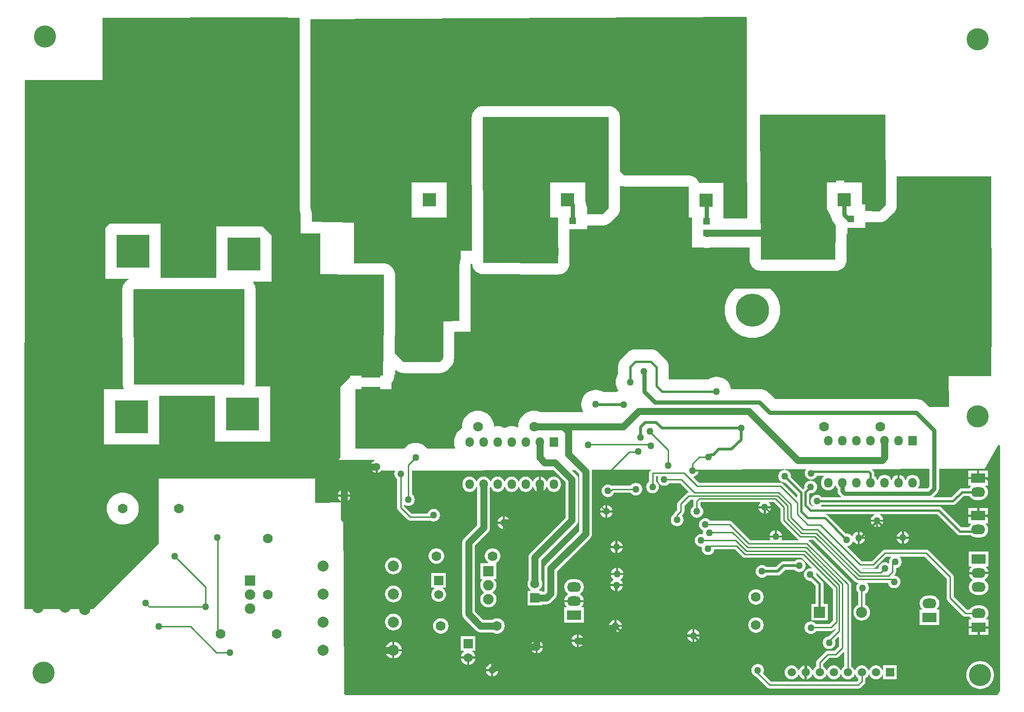
<source format=gbl>
%FSLAX25Y25*%
%MOIN*%
G70*
G01*
G75*
G04 Layer_Physical_Order=2*
G04 Layer_Color=16711680*
%ADD10R,0.05000X0.05000*%
%ADD11R,0.07520X0.05903*%
%ADD12O,0.08000X0.02400*%
%ADD13R,0.05000X0.05000*%
%ADD14O,0.10039X0.01000*%
%ADD15O,0.01000X0.10039*%
%ADD16R,0.05000X0.06000*%
%ADD17R,0.08800X0.14200*%
%ADD18R,0.08800X0.04800*%
%ADD19R,0.05903X0.07520*%
%ADD20R,0.06000X0.05000*%
%ADD21R,0.02400X0.08600*%
%ADD22O,0.02400X0.08600*%
%ADD23C,0.05000*%
%ADD24C,0.01000*%
%ADD25C,0.01500*%
%ADD26C,0.02000*%
%ADD27C,0.03000*%
%ADD28C,0.07874*%
%ADD29R,0.23622X0.23622*%
%ADD30C,0.23622*%
%ADD31C,0.39370*%
%ADD32O,0.10000X0.07000*%
%ADD33R,0.10000X0.07000*%
%ADD34C,0.07000*%
%ADD35R,0.06500X0.06500*%
%ADD36C,0.06500*%
%ADD37C,0.07500*%
%ADD38R,0.07500X0.07500*%
%ADD39C,0.15748*%
%ADD40C,0.05906*%
%ADD41R,0.05906X0.05906*%
%ADD42C,0.07873*%
%ADD43R,0.07873X0.07873*%
%ADD44R,0.13780X0.13780*%
%ADD45O,0.06000X0.07000*%
%ADD46R,0.06000X0.07000*%
%ADD47C,0.09200*%
%ADD48R,0.09200X0.09200*%
%ADD49C,0.05000*%
G36*
X5503783Y2313971D02*
Y2303772D01*
X5502790Y2303010D01*
X5502001Y2301982D01*
X5501550Y2300892D01*
X5501050D01*
X5500599Y2301982D01*
X5499810Y2303010D01*
X5498782Y2303799D01*
X5497585Y2304295D01*
X5496300Y2304464D01*
X5495015Y2304295D01*
X5493818Y2303799D01*
X5492790Y2303010D01*
X5492001Y2301982D01*
X5491550Y2300892D01*
X5491050D01*
X5490599Y2301982D01*
X5489810Y2303010D01*
X5488817Y2303772D01*
Y2305457D01*
X5493142Y2309783D01*
X5497900D01*
X5498863Y2309975D01*
X5499680Y2310520D01*
X5503321Y2314162D01*
X5503783Y2313971D01*
D02*
G37*
G36*
X5461002Y2443668D02*
X5460133Y2443554D01*
X5459047Y2443103D01*
X5458113Y2442387D01*
X5457397Y2441454D01*
X5456947Y2440367D01*
X5456793Y2439200D01*
X5456947Y2438033D01*
X5457397Y2436946D01*
X5458113Y2436013D01*
X5459047Y2435297D01*
X5460133Y2434846D01*
X5461300Y2434693D01*
X5461856Y2434766D01*
X5470258Y2426364D01*
Y2424555D01*
X5469796Y2424363D01*
X5460180Y2433980D01*
X5459363Y2434525D01*
X5458400Y2434717D01*
X5400243D01*
X5396500Y2438459D01*
X5396661Y2438933D01*
X5396767Y2438947D01*
X5397853Y2439397D01*
X5398787Y2440113D01*
X5399503Y2441047D01*
X5399953Y2442134D01*
X5400008Y2442550D01*
X5395599D01*
Y2444050D01*
X5400008D01*
X5400067Y2443607D01*
X5400396Y2443983D01*
X5460969Y2444167D01*
X5461002Y2443668D01*
D02*
G37*
G36*
X5315093Y2440833D02*
Y2400067D01*
X5291613Y2376587D01*
X5290897Y2375653D01*
X5290446Y2374566D01*
X5290293Y2373400D01*
Y2357467D01*
X5289833Y2357007D01*
X5288718D01*
Y2357718D01*
X5286619D01*
X5286458Y2358192D01*
X5287222Y2358778D01*
X5288058Y2359868D01*
X5288584Y2361138D01*
X5288763Y2362500D01*
X5288584Y2363862D01*
X5288058Y2365132D01*
X5288007Y2365199D01*
Y2379533D01*
X5313087Y2404613D01*
X5313803Y2405547D01*
X5314254Y2406634D01*
X5314407Y2407800D01*
Y2437000D01*
X5314254Y2438166D01*
X5313990Y2438803D01*
X5313803Y2439253D01*
X5313087Y2440187D01*
X5310027Y2443247D01*
X5310217Y2443710D01*
X5312210Y2443716D01*
X5315093Y2440833D01*
D02*
G37*
G36*
X5476494Y2443765D02*
X5476332Y2443554D01*
X5475881Y2442467D01*
X5475728Y2441300D01*
X5475881Y2440133D01*
X5476332Y2439046D01*
X5477048Y2438113D01*
X5477981Y2437397D01*
X5479068Y2436946D01*
X5480235Y2436793D01*
X5481401Y2436946D01*
X5482488Y2437397D01*
X5483422Y2438113D01*
X5484138Y2439046D01*
X5484391Y2439658D01*
X5489270D01*
X5489431Y2439185D01*
X5488857Y2438744D01*
X5488060Y2437706D01*
X5487560Y2436497D01*
X5487389Y2435200D01*
Y2434200D01*
X5487560Y2432903D01*
X5488060Y2431694D01*
X5488857Y2430656D01*
X5489894Y2429860D01*
X5491103Y2429359D01*
X5492400Y2429189D01*
X5493697Y2429359D01*
X5494906Y2429860D01*
X5495943Y2430656D01*
X5496740Y2431694D01*
X5497150Y2432684D01*
X5497650D01*
X5498060Y2431694D01*
X5498856Y2430656D01*
X5498902Y2430622D01*
Y2428600D01*
X5498961Y2428147D01*
X5499021Y2427695D01*
X5499268Y2427098D01*
X5499370Y2426851D01*
X5499926Y2426126D01*
X5501348Y2424704D01*
X5501157Y2424242D01*
X5487828D01*
X5487487Y2424687D01*
X5486554Y2425403D01*
X5485466Y2425854D01*
X5484300Y2426007D01*
X5483133Y2425854D01*
X5482047Y2425403D01*
X5481113Y2424687D01*
X5480397Y2423754D01*
X5479947Y2422667D01*
X5479793Y2421500D01*
X5479947Y2420333D01*
X5480397Y2419246D01*
X5481113Y2418313D01*
X5481371Y2418115D01*
X5481292Y2417886D01*
X5480806Y2417772D01*
X5478842Y2419736D01*
Y2426664D01*
X5479344Y2427166D01*
X5479900Y2427093D01*
X5481067Y2427246D01*
X5482153Y2427697D01*
X5483087Y2428413D01*
X5483803Y2429346D01*
X5484253Y2430433D01*
X5484407Y2431600D01*
X5484253Y2432767D01*
X5483803Y2433854D01*
X5483087Y2434787D01*
X5482153Y2435503D01*
X5481067Y2435954D01*
X5479900Y2436107D01*
X5478733Y2435954D01*
X5477647Y2435503D01*
X5476713Y2434787D01*
X5475997Y2433854D01*
X5475547Y2432767D01*
X5475393Y2431600D01*
X5475466Y2431044D01*
X5474400Y2429978D01*
X5465734Y2438644D01*
X5465807Y2439200D01*
X5465654Y2440367D01*
X5465203Y2441454D01*
X5464487Y2442387D01*
X5463554Y2443103D01*
X5462466Y2443554D01*
X5461300Y2443707D01*
X5461300Y2443814D01*
X5461652Y2444169D01*
X5476272Y2444213D01*
X5476494Y2443765D01*
D02*
G37*
G36*
X5564302Y2444126D02*
Y2431749D01*
X5563051Y2430498D01*
X5556388D01*
X5556166Y2430947D01*
X5556740Y2431694D01*
X5557241Y2432903D01*
X5557412Y2434200D01*
Y2435200D01*
X5557241Y2436497D01*
X5556740Y2437706D01*
X5555944Y2438744D01*
X5554906Y2439540D01*
X5553697Y2440041D01*
X5552400Y2440211D01*
X5551103Y2440041D01*
X5549894Y2439540D01*
X5548856Y2438744D01*
X5548060Y2437706D01*
X5547650Y2436716D01*
X5547150D01*
X5546740Y2437706D01*
X5545943Y2438744D01*
X5544906Y2439540D01*
X5543697Y2440041D01*
X5543150Y2440113D01*
Y2434699D01*
X5541650D01*
Y2440113D01*
X5541103Y2440041D01*
X5539894Y2439540D01*
X5538857Y2438744D01*
X5538060Y2437706D01*
X5537650Y2436716D01*
X5537150D01*
X5536740Y2437706D01*
X5535944Y2438744D01*
X5534906Y2439540D01*
X5533697Y2440041D01*
X5532400Y2440211D01*
X5531103Y2440041D01*
X5529894Y2439540D01*
X5528856Y2438744D01*
X5528060Y2437706D01*
X5527650Y2436716D01*
X5527150D01*
X5526740Y2437706D01*
X5525944Y2438744D01*
X5525142Y2439359D01*
Y2441200D01*
X5525048Y2441910D01*
X5524775Y2442571D01*
X5524339Y2443139D01*
X5523139Y2444339D01*
X5523145Y2444355D01*
X5563948Y2444479D01*
X5564302Y2444126D01*
D02*
G37*
G36*
X5537173Y2381510D02*
X5537013Y2381387D01*
X5536297Y2380453D01*
X5535846Y2379366D01*
X5535693Y2378200D01*
X5535697Y2378169D01*
X5535683Y2378100D01*
Y2378000D01*
Y2377232D01*
X5535235Y2377011D01*
X5534853Y2377303D01*
X5533767Y2377753D01*
X5532600Y2377907D01*
X5531433Y2377753D01*
X5530347Y2377303D01*
X5529413Y2376587D01*
X5528697Y2375653D01*
X5528247Y2374566D01*
X5528093Y2373400D01*
X5527845Y2373117D01*
X5516733D01*
X5516455Y2373533D01*
X5516518Y2373683D01*
X5524400D01*
X5525363Y2373875D01*
X5526180Y2374420D01*
X5533743Y2381983D01*
X5537012D01*
X5537173Y2381510D01*
D02*
G37*
G36*
X5115854Y2765910D02*
X5116062Y2765653D01*
X5116026Y2765287D01*
Y2764921D01*
X5116024Y2764900D01*
Y2764900D01*
Y2764877D01*
X5115988Y2764511D01*
Y2630377D01*
Y2629989D01*
X5116026Y2629601D01*
X5116026Y2629211D01*
X5116102Y2628831D01*
X5116140Y2628445D01*
X5116142Y2628440D01*
Y2628440D01*
X5116254Y2627872D01*
X5116254Y2627872D01*
X5116254Y2627872D01*
X5116276Y2627765D01*
X5116344Y2627539D01*
X5116374Y2627360D01*
X5116418Y2627242D01*
X5116464Y2627013D01*
X5116570Y2626665D01*
X5116694Y2626365D01*
X5116700Y2626290D01*
Y2625978D01*
Y2621500D01*
Y2612100D01*
X5130800D01*
Y2583100D01*
X5154951Y2583047D01*
X5173668Y2583007D01*
X5173668D01*
X5173684Y2583007D01*
X5173751Y2583000D01*
X5175695D01*
X5175730Y2582991D01*
X5175731Y2582990D01*
X5175731Y2582990D01*
X5175731Y2582990D01*
X5175817Y2582955D01*
X5175819Y2582954D01*
X5175943Y2582888D01*
X5175962Y2582875D01*
X5175973Y2582859D01*
X5176043Y2582729D01*
X5176078Y2582644D01*
X5176088Y2582611D01*
Y2582223D01*
X5176088Y2582223D01*
Y2582223D01*
Y2545763D01*
X5176082Y2545391D01*
Y2545391D01*
Y2545391D01*
Y2545391D01*
X5175890Y2533686D01*
X5175831Y2530126D01*
X5175521Y2511255D01*
X5175521Y2511253D01*
D01*
Y2511253D01*
X5175484Y2510933D01*
Y2510933D01*
X5175484Y2510933D01*
X5175480Y2510923D01*
X5175457Y2510901D01*
X5175447Y2510888D01*
X5175431Y2510864D01*
X5154002D01*
X5153100Y2510900D01*
X5153064Y2510864D01*
X5152036D01*
Y2509836D01*
X5145000Y2502800D01*
Y2452300D01*
X5143500Y2450800D01*
X5169289D01*
X5169386Y2450310D01*
X5168647Y2450003D01*
X5167713Y2449287D01*
X5166997Y2448354D01*
X5166547Y2447267D01*
X5166492Y2446850D01*
X5170901D01*
Y2446101D01*
X5171650D01*
Y2441692D01*
X5172066Y2441747D01*
X5173154Y2442197D01*
X5174087Y2442913D01*
X5174726Y2443747D01*
X5175200Y2443586D01*
Y2443300D01*
X5183676Y2443326D01*
X5183955Y2442910D01*
X5183646Y2442167D01*
X5183493Y2441000D01*
X5183646Y2439833D01*
X5184097Y2438746D01*
X5184813Y2437813D01*
X5185483Y2437299D01*
Y2416800D01*
X5185675Y2415837D01*
X5186220Y2415020D01*
X5192820Y2408420D01*
X5193637Y2407875D01*
X5194600Y2407683D01*
X5209134D01*
X5209246Y2407597D01*
X5210334Y2407146D01*
X5211500Y2406993D01*
X5212666Y2407146D01*
X5213754Y2407597D01*
X5214687Y2408313D01*
X5215403Y2409246D01*
X5215854Y2410333D01*
X5216007Y2411500D01*
X5215854Y2412667D01*
X5215403Y2413754D01*
X5214687Y2414687D01*
X5213754Y2415403D01*
X5212666Y2415854D01*
X5211500Y2416007D01*
X5210334Y2415854D01*
X5209246Y2415403D01*
X5208313Y2414687D01*
X5207597Y2413754D01*
X5207167Y2412717D01*
X5195642D01*
X5190517Y2417842D01*
Y2418615D01*
X5190965Y2418836D01*
X5191146Y2418697D01*
X5192234Y2418246D01*
X5193400Y2418093D01*
X5194566Y2418246D01*
X5195654Y2418697D01*
X5196587Y2419413D01*
X5197303Y2420346D01*
X5197754Y2421433D01*
X5197907Y2422600D01*
X5197754Y2423767D01*
X5197303Y2424854D01*
X5196587Y2425787D01*
X5195917Y2426301D01*
Y2443363D01*
X5296857Y2443669D01*
X5305393Y2435133D01*
Y2409667D01*
X5280313Y2384587D01*
X5279597Y2383653D01*
X5279147Y2382566D01*
X5278993Y2381400D01*
Y2365199D01*
X5278942Y2365132D01*
X5278416Y2363862D01*
X5278236Y2362500D01*
X5278416Y2361138D01*
X5278942Y2359868D01*
X5279778Y2358778D01*
X5280542Y2358192D01*
X5280381Y2357718D01*
X5278281D01*
Y2347281D01*
X5288718D01*
Y2347993D01*
X5291700D01*
X5292867Y2348146D01*
X5293953Y2348597D01*
X5294887Y2349313D01*
X5297987Y2352413D01*
X5298703Y2353346D01*
X5299154Y2354433D01*
X5299171Y2354569D01*
X5299307Y2355600D01*
Y2371533D01*
X5322787Y2395013D01*
X5323503Y2395947D01*
X5323954Y2397034D01*
X5324107Y2398200D01*
X5324107Y2398200D01*
X5324107Y2398200D01*
Y2398200D01*
Y2442700D01*
X5324018Y2443376D01*
X5324347Y2443752D01*
X5365905Y2443878D01*
X5366051Y2443400D01*
X5366020Y2443380D01*
X5365520Y2442880D01*
X5364975Y2442063D01*
X5364783Y2441100D01*
Y2435301D01*
X5364113Y2434787D01*
X5363397Y2433854D01*
X5362946Y2432767D01*
X5362793Y2431600D01*
X5362946Y2430433D01*
X5363397Y2429346D01*
X5364113Y2428413D01*
X5365046Y2427697D01*
X5366133Y2427246D01*
X5367300Y2427093D01*
X5368467Y2427246D01*
X5369553Y2427697D01*
X5370487Y2428413D01*
X5371203Y2429346D01*
X5371653Y2430433D01*
X5371807Y2431600D01*
X5371653Y2432767D01*
X5371203Y2433854D01*
X5370487Y2434787D01*
X5369817Y2435301D01*
Y2439083D01*
X5371118D01*
X5371395Y2438667D01*
X5371146Y2438066D01*
X5370993Y2436900D01*
X5371146Y2435733D01*
X5371597Y2434646D01*
X5372313Y2433713D01*
X5373246Y2432997D01*
X5374334Y2432546D01*
X5375500Y2432393D01*
X5376667Y2432546D01*
X5377753Y2432997D01*
X5378687Y2433713D01*
X5379201Y2434383D01*
X5386758D01*
X5393011Y2428129D01*
X5392867Y2427650D01*
X5392237Y2427525D01*
X5391420Y2426980D01*
X5385620Y2421180D01*
X5385075Y2420363D01*
X5384883Y2419400D01*
Y2415142D01*
X5383020Y2413280D01*
X5382475Y2412463D01*
X5382377Y2411973D01*
X5381613Y2411387D01*
X5380897Y2410453D01*
X5380447Y2409366D01*
X5380293Y2408200D01*
X5380447Y2407034D01*
X5380897Y2405947D01*
X5381613Y2405013D01*
X5382547Y2404297D01*
X5383633Y2403847D01*
X5384800Y2403693D01*
X5385966Y2403847D01*
X5387054Y2404297D01*
X5387987Y2405013D01*
X5388703Y2405947D01*
X5389154Y2407034D01*
X5389307Y2408200D01*
X5389154Y2409366D01*
X5388703Y2410453D01*
X5388100Y2411240D01*
X5389180Y2412320D01*
X5389725Y2413137D01*
X5389917Y2414100D01*
X5389917Y2414100D01*
Y2418357D01*
X5394242Y2422683D01*
X5396204D01*
X5396522Y2422297D01*
X5396383Y2421600D01*
Y2417801D01*
X5395713Y2417287D01*
X5394997Y2416353D01*
X5394547Y2415266D01*
X5394393Y2414100D01*
X5394547Y2412934D01*
X5394997Y2411847D01*
X5395713Y2410913D01*
X5396646Y2410197D01*
X5397734Y2409747D01*
X5398900Y2409593D01*
X5400066Y2409747D01*
X5401154Y2410197D01*
X5402087Y2410913D01*
X5402803Y2411847D01*
X5403254Y2412934D01*
X5403407Y2414100D01*
X5403254Y2415266D01*
X5402803Y2416353D01*
X5402087Y2417287D01*
X5401417Y2417801D01*
Y2420558D01*
X5401643Y2420783D01*
X5443882D01*
X5444043Y2420310D01*
X5444013Y2420287D01*
X5443297Y2419353D01*
X5442847Y2418266D01*
X5442792Y2417850D01*
X5451608D01*
X5451553Y2418266D01*
X5451103Y2419353D01*
X5450387Y2420287D01*
X5450357Y2420310D01*
X5450518Y2420783D01*
X5453757D01*
X5458383Y2416158D01*
Y2407912D01*
X5458383Y2407912D01*
X5458383D01*
X5458575Y2406949D01*
X5459120Y2406132D01*
X5470732Y2394520D01*
X5471218Y2394195D01*
X5471073Y2393717D01*
X5459258D01*
X5458980Y2394133D01*
X5459354Y2395033D01*
X5459408Y2395450D01*
X5450592D01*
X5450647Y2395033D01*
X5451020Y2394133D01*
X5450742Y2393717D01*
X5436943D01*
X5423980Y2406680D01*
X5423163Y2407225D01*
X5422200Y2407417D01*
X5408524D01*
X5408087Y2407987D01*
X5407153Y2408703D01*
X5406067Y2409154D01*
X5404900Y2409307D01*
X5403733Y2409154D01*
X5402647Y2408703D01*
X5401713Y2407987D01*
X5400997Y2407054D01*
X5400547Y2405967D01*
X5400393Y2404800D01*
X5400547Y2403633D01*
X5400997Y2402547D01*
X5401713Y2401613D01*
X5402647Y2400897D01*
X5403175Y2400678D01*
X5403367Y2400216D01*
X5403347Y2400167D01*
X5403193Y2399000D01*
X5403277Y2398362D01*
X5403167Y2398095D01*
X5402942Y2397870D01*
X5401900Y2398007D01*
X5400734Y2397853D01*
X5399646Y2397403D01*
X5398713Y2396687D01*
X5397997Y2395753D01*
X5397546Y2394666D01*
X5397393Y2393500D01*
X5397546Y2392333D01*
X5397997Y2391246D01*
X5398713Y2390313D01*
X5399646Y2389597D01*
X5400734Y2389146D01*
X5401900Y2388993D01*
X5402079Y2389017D01*
X5402433Y2388663D01*
X5402293Y2387600D01*
X5402446Y2386433D01*
X5402897Y2385346D01*
X5403613Y2384413D01*
X5404546Y2383697D01*
X5405634Y2383246D01*
X5406800Y2383093D01*
X5407967Y2383246D01*
X5409053Y2383697D01*
X5409987Y2384413D01*
X5410703Y2385346D01*
X5411153Y2386433D01*
X5411239Y2387086D01*
X5425966D01*
X5431232Y2381820D01*
X5432048Y2381275D01*
X5433012Y2381083D01*
X5473558D01*
X5480716Y2373924D01*
X5480495Y2373476D01*
X5479500Y2373607D01*
X5478334Y2373454D01*
X5477246Y2373003D01*
X5476313Y2372287D01*
X5475597Y2371354D01*
X5475146Y2370267D01*
X5474993Y2369100D01*
X5475146Y2367933D01*
X5475597Y2366846D01*
X5476313Y2365913D01*
X5477246Y2365197D01*
X5478334Y2364746D01*
X5479500Y2364593D01*
X5480056Y2364666D01*
X5483458Y2361264D01*
Y2348205D01*
X5480295D01*
Y2336395D01*
X5492105D01*
Y2348205D01*
X5488942D01*
Y2362400D01*
X5488848Y2363110D01*
X5488575Y2363771D01*
X5488139Y2364339D01*
X5483934Y2368544D01*
X5484007Y2369100D01*
X5483876Y2370095D01*
X5484325Y2370316D01*
X5495783Y2358858D01*
Y2336443D01*
X5493258Y2333917D01*
X5483624D01*
X5483187Y2334487D01*
X5482254Y2335203D01*
X5481166Y2335653D01*
X5480000Y2335807D01*
X5478833Y2335653D01*
X5477747Y2335203D01*
X5476813Y2334487D01*
X5476097Y2333554D01*
X5475647Y2332467D01*
X5475493Y2331300D01*
X5475647Y2330133D01*
X5476097Y2329046D01*
X5476813Y2328113D01*
X5477747Y2327397D01*
X5478833Y2326946D01*
X5480000Y2326793D01*
X5481166Y2326946D01*
X5482254Y2327397D01*
X5483187Y2328113D01*
X5483778Y2328883D01*
X5494300D01*
X5495263Y2329075D01*
X5496080Y2329620D01*
X5497121Y2330662D01*
X5497583Y2330470D01*
Y2329943D01*
X5492709Y2325069D01*
X5491833Y2324953D01*
X5490747Y2324503D01*
X5489813Y2323787D01*
X5489097Y2322853D01*
X5488646Y2321766D01*
X5488493Y2320600D01*
X5488646Y2319434D01*
X5489097Y2318346D01*
X5489813Y2317413D01*
X5490747Y2316697D01*
X5491833Y2316246D01*
X5493000Y2316093D01*
X5494167Y2316246D01*
X5495253Y2316697D01*
X5496187Y2317413D01*
X5496903Y2318346D01*
X5497353Y2319434D01*
X5497507Y2320600D01*
X5497353Y2321766D01*
X5497111Y2322352D01*
X5499521Y2324762D01*
X5499983Y2324570D01*
Y2317942D01*
X5496857Y2314817D01*
X5492100D01*
X5491137Y2314625D01*
X5490320Y2314080D01*
X5484520Y2308280D01*
X5483975Y2307463D01*
X5483783Y2306500D01*
Y2303772D01*
X5482790Y2303010D01*
X5482001Y2301982D01*
X5481550Y2300892D01*
X5481050D01*
X5480599Y2301982D01*
X5479810Y2303010D01*
X5478782Y2303799D01*
X5477585Y2304295D01*
X5477050Y2304365D01*
Y2299499D01*
Y2294635D01*
X5477585Y2294705D01*
X5478782Y2295201D01*
X5479810Y2295990D01*
X5480599Y2297018D01*
X5481050Y2298108D01*
X5481550D01*
X5482001Y2297018D01*
X5482790Y2295990D01*
X5483818Y2295201D01*
X5485015Y2294705D01*
X5486300Y2294536D01*
X5487585Y2294705D01*
X5488782Y2295201D01*
X5489810Y2295990D01*
X5490599Y2297018D01*
X5491050Y2298108D01*
X5491550D01*
X5492001Y2297018D01*
X5492790Y2295990D01*
X5493818Y2295201D01*
X5495015Y2294705D01*
X5496300Y2294536D01*
X5497585Y2294705D01*
X5498782Y2295201D01*
X5499810Y2295990D01*
X5500599Y2297018D01*
X5501050Y2298108D01*
X5501550D01*
X5502001Y2297018D01*
X5502790Y2295990D01*
X5503818Y2295201D01*
X5505015Y2294705D01*
X5506300Y2294536D01*
X5507585Y2294705D01*
X5508782Y2295201D01*
X5509810Y2295990D01*
X5510599Y2297018D01*
X5511050Y2298108D01*
X5511550D01*
X5512001Y2297018D01*
X5512790Y2295990D01*
X5513783Y2295228D01*
Y2293942D01*
X5512857Y2293017D01*
X5451743D01*
X5446106Y2298653D01*
X5446553Y2299734D01*
X5446707Y2300900D01*
X5446553Y2302066D01*
X5446103Y2303153D01*
X5445387Y2304087D01*
X5444453Y2304803D01*
X5443367Y2305253D01*
X5442200Y2305407D01*
X5441034Y2305253D01*
X5439946Y2304803D01*
X5439013Y2304087D01*
X5438297Y2303153D01*
X5437846Y2302066D01*
X5437693Y2300900D01*
X5437846Y2299734D01*
X5438297Y2298647D01*
X5439013Y2297713D01*
X5439946Y2296997D01*
X5441034Y2296547D01*
X5441103Y2296537D01*
X5448920Y2288720D01*
X5449737Y2288175D01*
X5450700Y2287983D01*
X5450700Y2287983D01*
X5513900D01*
X5514863Y2288175D01*
X5515680Y2288720D01*
X5518080Y2291120D01*
X5518625Y2291937D01*
X5518817Y2292900D01*
X5518817Y2292900D01*
X5518817Y2292900D01*
Y2292900D01*
Y2295228D01*
X5519810Y2295990D01*
X5520599Y2297018D01*
X5521050Y2298108D01*
X5521550D01*
X5522001Y2297018D01*
X5522790Y2295990D01*
X5523818Y2295201D01*
X5525015Y2294705D01*
X5526300Y2294536D01*
X5527585Y2294705D01*
X5528782Y2295201D01*
X5529810Y2295990D01*
X5530599Y2297018D01*
X5530888Y2297717D01*
X5531379Y2297620D01*
Y2294579D01*
X5541221D01*
Y2304421D01*
X5531379D01*
Y2301380D01*
X5530888Y2301283D01*
X5530599Y2301982D01*
X5529810Y2303010D01*
X5528782Y2303799D01*
X5527585Y2304295D01*
X5526300Y2304464D01*
X5525015Y2304295D01*
X5523818Y2303799D01*
X5522790Y2303010D01*
X5522001Y2301982D01*
X5521550Y2300892D01*
X5521050D01*
X5520599Y2301982D01*
X5519810Y2303010D01*
X5518782Y2303799D01*
X5517585Y2304295D01*
X5516300Y2304464D01*
X5515015Y2304295D01*
X5513818Y2303799D01*
X5512790Y2303010D01*
X5512001Y2301982D01*
X5511550Y2300892D01*
X5511050D01*
X5510599Y2301982D01*
X5509810Y2303010D01*
X5508817Y2303772D01*
Y2362100D01*
X5508625Y2363063D01*
X5508080Y2363880D01*
X5478980Y2392980D01*
X5478493Y2393305D01*
X5478638Y2393783D01*
X5481858D01*
X5511620Y2364020D01*
X5512437Y2363475D01*
X5513400Y2363283D01*
X5513482D01*
X5513643Y2362810D01*
X5513613Y2362787D01*
X5512897Y2361853D01*
X5512447Y2360766D01*
X5512293Y2359600D01*
X5512447Y2358434D01*
X5512897Y2357347D01*
X5513613Y2356413D01*
X5513683Y2356359D01*
Y2347651D01*
X5512903Y2347234D01*
X5512004Y2346496D01*
X5511266Y2345597D01*
X5510718Y2344571D01*
X5510380Y2343458D01*
X5510266Y2342300D01*
X5510380Y2341142D01*
X5510718Y2340029D01*
X5511266Y2339003D01*
X5512004Y2338104D01*
X5512903Y2337366D01*
X5513929Y2336818D01*
X5515042Y2336480D01*
X5516200Y2336366D01*
X5517358Y2336480D01*
X5518471Y2336818D01*
X5519497Y2337366D01*
X5520396Y2338104D01*
X5521134Y2339003D01*
X5521682Y2340029D01*
X5522020Y2341142D01*
X5522134Y2342300D01*
X5522020Y2343458D01*
X5521682Y2344571D01*
X5521134Y2345597D01*
X5520396Y2346496D01*
X5519497Y2347234D01*
X5518717Y2347651D01*
Y2355557D01*
X5519054Y2355697D01*
X5519987Y2356413D01*
X5520703Y2357347D01*
X5521154Y2358434D01*
X5521307Y2359600D01*
X5521154Y2360766D01*
X5520703Y2361853D01*
X5519987Y2362787D01*
X5519957Y2362810D01*
X5520118Y2363283D01*
X5534874D01*
X5534946Y2362733D01*
X5535397Y2361646D01*
X5536113Y2360713D01*
X5537046Y2359997D01*
X5538134Y2359546D01*
X5539300Y2359393D01*
X5540467Y2359546D01*
X5541553Y2359997D01*
X5542487Y2360713D01*
X5543203Y2361646D01*
X5543653Y2362733D01*
X5543807Y2363900D01*
X5543653Y2365067D01*
X5543203Y2366154D01*
X5542487Y2367087D01*
X5541553Y2367803D01*
X5540467Y2368254D01*
X5539300Y2368407D01*
X5539221Y2368567D01*
X5539980Y2369326D01*
X5540525Y2370143D01*
X5540717Y2371106D01*
X5540717Y2371106D01*
X5540717Y2371106D01*
Y2371106D01*
Y2373761D01*
X5541367Y2373846D01*
X5542453Y2374297D01*
X5543387Y2375013D01*
X5544103Y2375946D01*
X5544553Y2377033D01*
X5544707Y2378200D01*
X5544553Y2379366D01*
X5544103Y2380453D01*
X5543387Y2381387D01*
X5543227Y2381510D01*
X5543388Y2381983D01*
X5561058D01*
X5576683Y2366357D01*
Y2352400D01*
X5576683Y2352400D01*
X5576683D01*
X5576875Y2351437D01*
X5577420Y2350620D01*
X5588220Y2339820D01*
X5589037Y2339275D01*
X5590000Y2339083D01*
X5593123D01*
X5593223Y2338842D01*
X5594100Y2337700D01*
X5594305Y2337542D01*
X5594145Y2337069D01*
X5592532D01*
Y2332350D01*
X5606469D01*
Y2337069D01*
X5604855D01*
X5604694Y2337542D01*
X5604900Y2337700D01*
X5605777Y2338842D01*
X5606328Y2340172D01*
X5606516Y2341600D01*
X5606328Y2343028D01*
X5605777Y2344358D01*
X5604900Y2345500D01*
X5603758Y2346377D01*
X5602428Y2346928D01*
X5601000Y2347116D01*
X5598000D01*
X5596572Y2346928D01*
X5595242Y2346377D01*
X5594100Y2345500D01*
X5593223Y2344358D01*
X5593123Y2344117D01*
X5591042D01*
X5581717Y2353443D01*
Y2367400D01*
X5581717Y2367400D01*
X5581717Y2367400D01*
Y2367400D01*
X5581717D01*
X5581717Y2367400D01*
X5581525Y2368363D01*
X5580980Y2369180D01*
X5563880Y2386280D01*
X5563063Y2386825D01*
X5562100Y2387017D01*
X5532700D01*
X5531737Y2386825D01*
X5530920Y2386280D01*
X5523357Y2378717D01*
X5516243D01*
X5505959Y2389001D01*
X5506119Y2389474D01*
X5506667Y2389547D01*
X5507753Y2389997D01*
X5508687Y2390713D01*
X5509403Y2391647D01*
X5509832Y2392681D01*
X5510043Y2392709D01*
X5510391Y2392663D01*
X5510813Y2392113D01*
X5511747Y2391397D01*
X5512833Y2390947D01*
X5513250Y2390892D01*
Y2395299D01*
Y2399708D01*
X5512833Y2399653D01*
X5511747Y2399203D01*
X5510813Y2398487D01*
X5510097Y2397553D01*
X5509668Y2396519D01*
X5509457Y2396491D01*
X5509109Y2396537D01*
X5508687Y2397087D01*
X5507753Y2397803D01*
X5506667Y2398253D01*
X5505500Y2398407D01*
X5504944Y2398334D01*
X5491939Y2411339D01*
X5491371Y2411775D01*
X5490710Y2412049D01*
X5490126Y2412125D01*
Y2412125D01*
X5490126Y2412125D01*
X5490000Y2412142D01*
X5490016Y2412158D01*
X5525146D01*
X5525243Y2411668D01*
X5524847Y2411503D01*
X5523913Y2410787D01*
X5523197Y2409854D01*
X5522747Y2408767D01*
X5522692Y2408350D01*
X5531508D01*
X5531453Y2408767D01*
X5531003Y2409854D01*
X5530287Y2410787D01*
X5529353Y2411503D01*
X5528957Y2411668D01*
X5529054Y2412158D01*
X5569964D01*
X5584061Y2398061D01*
X5584629Y2397625D01*
X5585097Y2397432D01*
X5585290Y2397351D01*
X5586000Y2397258D01*
X5593755D01*
X5593800Y2397200D01*
X5594942Y2396323D01*
X5596272Y2395772D01*
X5597700Y2395584D01*
X5600700D01*
X5602127Y2395772D01*
X5603458Y2396323D01*
X5604600Y2397200D01*
X5605477Y2398342D01*
X5606028Y2399672D01*
X5606216Y2401100D01*
X5606028Y2402528D01*
X5605477Y2403858D01*
X5604600Y2405000D01*
X5604395Y2405158D01*
X5604555Y2405631D01*
X5606168D01*
Y2410350D01*
X5592231D01*
Y2405631D01*
X5593845D01*
X5594006Y2405158D01*
X5593800Y2405000D01*
X5592923Y2403858D01*
X5592461Y2402742D01*
X5587136D01*
X5573039Y2416839D01*
X5572471Y2417275D01*
X5571810Y2417549D01*
X5571100Y2417642D01*
X5487390D01*
X5487230Y2418115D01*
X5487487Y2418313D01*
X5487828Y2418758D01*
X5581200D01*
X5581910Y2418851D01*
X5582571Y2419125D01*
X5583139Y2419561D01*
X5583139Y2419561D01*
X5583139Y2419561D01*
X5588736Y2425158D01*
X5592817D01*
X5592823Y2425142D01*
X5593700Y2424000D01*
X5594842Y2423123D01*
X5596172Y2422572D01*
X5597600Y2422384D01*
X5600600D01*
X5602028Y2422572D01*
X5603358Y2423123D01*
X5604500Y2424000D01*
X5605377Y2425142D01*
X5605928Y2426472D01*
X5606116Y2427900D01*
X5605928Y2429328D01*
X5605377Y2430658D01*
X5604500Y2431800D01*
X5604295Y2431958D01*
X5604455Y2432431D01*
X5606068D01*
Y2437150D01*
X5592131D01*
Y2432431D01*
X5593745D01*
X5593906Y2431958D01*
X5593700Y2431800D01*
X5592823Y2430658D01*
X5592817Y2430642D01*
X5587600D01*
X5586890Y2430548D01*
X5586229Y2430275D01*
X5585661Y2429839D01*
X5580064Y2424242D01*
X5567343D01*
X5567151Y2424704D01*
X5570274Y2427826D01*
X5570515Y2428141D01*
X5570830Y2428551D01*
X5571179Y2429395D01*
X5571298Y2430300D01*
Y2444501D01*
X5603800Y2444600D01*
X5613491Y2461588D01*
X5613991Y2461606D01*
X5614600Y2460700D01*
Y2286300D01*
X5612585Y2283300D01*
X5148305D01*
X5147700Y2284200D01*
X5147000Y2420400D01*
X5127554Y2420302D01*
X5127199Y2420654D01*
X5127144Y2437400D01*
X5015800D01*
Y2391300D01*
X4969100Y2344600D01*
X4920454Y2344501D01*
X4920100Y2344854D01*
X4920300Y2721400D01*
X4975700D01*
Y2766000D01*
X5099900Y2766100D01*
X5115854Y2765910D01*
D02*
G37*
G36*
X5434500Y2766046D02*
Y2674800D01*
X5434573Y2623360D01*
X5434219Y2623006D01*
X5417874D01*
Y2623426D01*
X5417874D01*
Y2648374D01*
X5400315D01*
X5400236Y2648635D01*
X5400213Y2648677D01*
X5400198Y2648723D01*
X5400198Y2648724D01*
X5400075Y2648948D01*
X5399982Y2649186D01*
X5399936Y2649258D01*
X5399904Y2649336D01*
X5399688Y2649659D01*
X5399505Y2650002D01*
X5399474Y2650040D01*
X5399451Y2650082D01*
X5399286Y2650278D01*
X5399148Y2650494D01*
X5399089Y2650556D01*
X5399042Y2650626D01*
X5398767Y2650901D01*
X5398673Y2651016D01*
X5398582Y2651129D01*
X5398574Y2651136D01*
X5398521Y2651201D01*
X5398484Y2651232D01*
X5398452Y2651269D01*
X5398252Y2651429D01*
X5398075Y2651614D01*
X5398075Y2651614D01*
X5398005Y2651663D01*
X5397945Y2651723D01*
X5397877Y2651768D01*
X5397867Y2651778D01*
X5397653Y2651918D01*
X5397625Y2651937D01*
X5397397Y2652129D01*
X5397375Y2652141D01*
X5397322Y2652185D01*
X5397279Y2652208D01*
X5397241Y2652239D01*
X5397014Y2652357D01*
X5396804Y2652503D01*
X5396757Y2652524D01*
X5396746Y2652532D01*
X5396715Y2652545D01*
X5396656Y2652585D01*
X5396595Y2652610D01*
X5396569Y2652627D01*
X5396300Y2652735D01*
X5396039Y2652879D01*
X5396001Y2652891D01*
X5395954Y2652917D01*
X5395908Y2652930D01*
X5395864Y2652953D01*
X5395619Y2653024D01*
X5395384Y2653127D01*
X5395350Y2653135D01*
X5395322Y2653147D01*
X5395322Y2653147D01*
X5395272Y2653158D01*
X5395223Y2653178D01*
X5395209Y2653182D01*
X5395168Y2653191D01*
X5395130Y2653206D01*
X5394842Y2653260D01*
X5394561Y2653349D01*
X5394559Y2653350D01*
X5394506Y2653356D01*
X5394454Y2653371D01*
X5394102Y2653442D01*
X5394101Y2653442D01*
X5394080Y2653448D01*
X5393797Y2653476D01*
X5393518Y2653539D01*
X5393518Y2653539D01*
X5393415Y2653542D01*
X5393314Y2653562D01*
X5392924Y2653562D01*
X5392918Y2653563D01*
X5392917Y2653563D01*
X5392917Y2653563D01*
X5392916D01*
X5392537Y2653600D01*
X5392149Y2653600D01*
X5392149Y2653600D01*
X5347879D01*
X5347878Y2653600D01*
X5347872Y2653601D01*
X5347869D01*
X5347868Y2653601D01*
X5347675Y2653620D01*
X5347389Y2653620D01*
X5347363Y2653626D01*
X5347363Y2653626D01*
X5347363D01*
X5347362Y2653626D01*
X5347359Y2653626D01*
X5347359Y2653626D01*
X5347080Y2653654D01*
X5347036Y2653664D01*
X5344077Y2656623D01*
X5344026Y2695111D01*
X5343950Y2695876D01*
X5343874Y2696644D01*
X5343872Y2696649D01*
X5343872Y2696654D01*
X5343647Y2697390D01*
X5343423Y2698128D01*
X5343421Y2698133D01*
X5343420Y2698137D01*
X5343056Y2698815D01*
X5342693Y2699496D01*
X5342689Y2699500D01*
X5342686Y2699504D01*
X5342197Y2700099D01*
X5341708Y2700695D01*
X5341705Y2700698D01*
X5341701Y2700702D01*
X5341105Y2701190D01*
X5340509Y2701679D01*
X5340505Y2701681D01*
X5340501Y2701685D01*
X5339822Y2702046D01*
X5339141Y2702410D01*
X5339137Y2702411D01*
X5339132Y2702414D01*
X5338396Y2702636D01*
X5337657Y2702860D01*
X5337652Y2702861D01*
X5337647Y2702862D01*
X5336880Y2702937D01*
X5336114Y2703012D01*
X5246745D01*
X5246051Y2702944D01*
X5245355Y2702889D01*
X5245279Y2702868D01*
X5245201Y2702860D01*
X5244534Y2702658D01*
X5243862Y2702468D01*
X5243792Y2702433D01*
X5243717Y2702410D01*
X5243102Y2702081D01*
X5242480Y2701764D01*
X5242418Y2701716D01*
X5242349Y2701679D01*
X5241810Y2701236D01*
X5241262Y2700804D01*
X5241211Y2700744D01*
X5241150Y2700695D01*
X5240708Y2700155D01*
X5240254Y2699625D01*
X5239909Y2699130D01*
X5239864Y2699050D01*
X5239807Y2698979D01*
X5239486Y2698374D01*
X5239151Y2697776D01*
X5239123Y2697689D01*
X5239080Y2697609D01*
X5238884Y2696953D01*
X5238672Y2696301D01*
X5238661Y2696210D01*
X5238635Y2696123D01*
X5238570Y2695441D01*
X5238490Y2694761D01*
X5238497Y2694670D01*
X5238488Y2694579D01*
X5238802Y2600291D01*
X5238448Y2599939D01*
X5230700Y2600000D01*
X5230748Y2594014D01*
X5230531Y2593608D01*
X5230516Y2593561D01*
X5230493Y2593514D01*
X5230492Y2593512D01*
X5230491Y2593511D01*
X5230484Y2593492D01*
X5230372Y2593101D01*
X5230260Y2592832D01*
X5230194Y2592497D01*
X5230081Y2592124D01*
X5230072Y2592077D01*
X5230067Y2592036D01*
X5230057Y2592000D01*
X5230030Y2591676D01*
X5229958Y2591311D01*
X5229926Y2590987D01*
X5229926Y2590598D01*
X5229888Y2590211D01*
Y2550012D01*
X5226989D01*
X5226989Y2550012D01*
X5226601Y2550012D01*
X5226214Y2549974D01*
X5225825Y2549974D01*
X5225466Y2549939D01*
X5225085Y2549863D01*
X5225057Y2549860D01*
X5225057Y2549860D01*
X5224698Y2549825D01*
X5224326Y2549712D01*
X5223945Y2549636D01*
X5223823Y2549585D01*
X5218400Y2549500D01*
X5218368Y2542841D01*
X5218368Y2542840D01*
Y2542787D01*
X5218338Y2542487D01*
Y2542151D01*
X5218330Y2542065D01*
Y2542012D01*
D01*
X5218300Y2541711D01*
Y2531977D01*
Y2531977D01*
X5218315Y2531825D01*
Y2531825D01*
X5218300Y2528769D01*
Y2528769D01*
D01*
X5218300Y2528719D01*
Y2528719D01*
X5218300Y2528700D01*
Y2528681D01*
Y2525709D01*
X5218290Y2525588D01*
X5218291Y2525528D01*
X5218280Y2525467D01*
X5218280Y2525466D01*
X5218285Y2525222D01*
X5218256Y2524980D01*
X5218255Y2524914D01*
D01*
Y2524914D01*
X5218248Y2524848D01*
Y2524848D01*
X5218029Y2522947D01*
X5218028Y2522943D01*
X5218027Y2522942D01*
X5218023Y2522927D01*
X5218023Y2522927D01*
Y2522927D01*
X5218022Y2522921D01*
X5217999Y2522787D01*
X5217971Y2522714D01*
X5217933Y2522645D01*
X5217841Y2522537D01*
X5217830Y2522522D01*
X5216466Y2521089D01*
X5216458Y2521082D01*
X5216457Y2521082D01*
X5216457Y2521082D01*
X5216230Y2520855D01*
X5216230Y2520855D01*
X5216108Y2520790D01*
X5216108Y2520790D01*
X5216108Y2520790D01*
X5216072Y2520771D01*
X5215816Y2520693D01*
X5215717Y2520652D01*
X5215643Y2520612D01*
X5215624Y2520604D01*
X5215624Y2520604D01*
X5215624Y2520604D01*
X5215611Y2520600D01*
X5215223D01*
X5215223Y2520600D01*
X5190633D01*
X5190633Y2520600D01*
X5190488D01*
X5190482Y2520601D01*
X5190444Y2520604D01*
X5190443D01*
X5190442Y2520605D01*
X5190404Y2520608D01*
X5190403D01*
X5190403Y2520609D01*
X5190328Y2520616D01*
X5190324D01*
D01*
X5190178Y2520645D01*
X5190178Y2520645D01*
X5190178D01*
X5190178D01*
X5190170Y2520651D01*
X5189821Y2520885D01*
X5189809Y2520891D01*
X5189809Y2520891D01*
X5189809Y2520891D01*
X5183693Y2527007D01*
X5183742Y2529996D01*
X5183801Y2533556D01*
Y2533556D01*
D01*
X5183993Y2545260D01*
X5183999Y2545633D01*
X5183994Y2545698D01*
X5184000Y2545763D01*
Y2582223D01*
Y2582223D01*
X5184000Y2582223D01*
Y2582611D01*
X5183962Y2582998D01*
X5183962Y2583388D01*
X5183886Y2583768D01*
X5183848Y2584155D01*
X5183735Y2584527D01*
X5183659Y2584909D01*
X5183649Y2584941D01*
X5183501Y2585300D01*
X5183388Y2585671D01*
X5183353Y2585756D01*
X5183170Y2586099D01*
X5183021Y2586459D01*
X5182951Y2586589D01*
X5182735Y2586912D01*
X5182552Y2587254D01*
X5182542Y2587270D01*
X5182541Y2587270D01*
X5182541Y2587271D01*
X5182294Y2587571D01*
X5182089Y2587879D01*
X5181828Y2588140D01*
X5181558Y2588469D01*
X5181557Y2588469D01*
X5181557Y2588470D01*
X5181228Y2588740D01*
X5180992Y2588975D01*
X5180988Y2588978D01*
X5180963Y2589004D01*
X5180659Y2589206D01*
X5180359Y2589453D01*
X5180359Y2589453D01*
X5180358Y2589454D01*
X5180338Y2589467D01*
X5179996Y2589650D01*
X5179939Y2589688D01*
X5179919Y2589703D01*
X5179908Y2589709D01*
X5179673Y2589865D01*
X5179549Y2589932D01*
X5179541Y2589935D01*
X5179534Y2589940D01*
X5179337Y2590021D01*
X5179240Y2590082D01*
X5179062Y2590149D01*
X5179035Y2590163D01*
X5178888Y2590245D01*
X5178870Y2590251D01*
X5178845Y2590264D01*
X5178759Y2590300D01*
X5178640Y2590336D01*
X5178529Y2590391D01*
X5178311Y2590450D01*
X5178103Y2590539D01*
X5178102Y2590539D01*
X5177942Y2590572D01*
X5177789Y2590630D01*
X5177754Y2590639D01*
X5177574Y2590670D01*
X5177412Y2590722D01*
X5177411Y2590722D01*
X5177342Y2590730D01*
X5177275Y2590750D01*
X5177269Y2590751D01*
X5177239Y2590760D01*
X5177116Y2590772D01*
X5177032Y2590795D01*
X5177031Y2590795D01*
X5176806Y2590810D01*
X5176584Y2590857D01*
X5176443Y2590858D01*
X5176224Y2590894D01*
X5175993Y2590887D01*
X5175871Y2590901D01*
X5175834Y2590898D01*
X5175695Y2590912D01*
X5173764D01*
X5173699Y2590919D01*
X5173684Y2590919D01*
X5173684Y2590919D01*
X5154968Y2590960D01*
X5154800Y2590960D01*
Y2619900D01*
X5124700Y2620500D01*
X5124612Y2621500D01*
Y2625978D01*
Y2626290D01*
X5124605Y2626359D01*
X5124606Y2626365D01*
X5124580Y2626624D01*
X5124586Y2626937D01*
X5124579Y2627013D01*
X5124498Y2627458D01*
X5124454Y2627909D01*
X5124360Y2628219D01*
X5124302Y2628539D01*
X5124148Y2628927D01*
X5124141Y2628961D01*
X5124036Y2629309D01*
X5124015Y2629416D01*
X5124015Y2629416D01*
X5124015Y2629416D01*
X5123902Y2629983D01*
X5123902Y2629983D01*
X5123900Y2629988D01*
X5123900Y2629989D01*
Y2630377D01*
X5123900Y2630378D01*
Y2764511D01*
X5123936Y2764877D01*
Y2764900D01*
D01*
X5434146Y2766398D01*
X5434500Y2766046D01*
D02*
G37*
G36*
X5533300Y2632212D02*
X5528834Y2628048D01*
X5518874Y2628087D01*
Y2632774D01*
X5516274D01*
Y2648574D01*
X5504096D01*
X5503745Y2648930D01*
X5503757Y2649846D01*
X5497918D01*
X5497908Y2648574D01*
X5491326D01*
Y2623626D01*
X5494572D01*
X5495098Y2621895D01*
X5495968Y2620267D01*
X5497139Y2618839D01*
X5497678Y2618301D01*
X5497488Y2593400D01*
X5444244Y2593577D01*
X5443900Y2696408D01*
X5444244Y2696900D01*
X5533214D01*
X5533300Y2632212D01*
D02*
G37*
G36*
X5336200Y2629975D02*
X5331714Y2625782D01*
X5320874Y2625826D01*
Y2631674D01*
X5319920D01*
Y2632400D01*
X5319738Y2634238D01*
X5319274Y2635768D01*
Y2648574D01*
X5294326D01*
Y2623626D01*
X5300126D01*
Y2613308D01*
X5300094Y2612900D01*
X5300126Y2612492D01*
Y2610926D01*
Y2602526D01*
X5300126D01*
X5300315Y2602336D01*
X5300228Y2590900D01*
X5246745Y2591078D01*
X5246400Y2694605D01*
X5246745Y2695100D01*
X5336114D01*
X5336200Y2629975D01*
D02*
G37*
G36*
X5608900Y2551800D02*
X5608500Y2510600D01*
X5578100Y2510400D01*
X5578297Y2489055D01*
X5577945Y2488700D01*
X5564438Y2488683D01*
X5561760Y2491360D01*
X5560333Y2492532D01*
X5558705Y2493402D01*
X5556938Y2493938D01*
X5555100Y2494119D01*
X5454602D01*
X5450161Y2498561D01*
X5448733Y2499732D01*
X5447105Y2500602D01*
X5445338Y2501138D01*
X5443500Y2501319D01*
X5423179D01*
X5423178Y2501328D01*
X5422797Y2502916D01*
X5422172Y2504424D01*
X5421319Y2505816D01*
X5420258Y2507058D01*
X5419017Y2508119D01*
X5417624Y2508972D01*
X5416116Y2509597D01*
X5414528Y2509978D01*
X5412900Y2510106D01*
X5411272Y2509978D01*
X5409684Y2509597D01*
X5408176Y2508972D01*
X5407187Y2508366D01*
X5378766D01*
Y2516800D01*
X5378599Y2518491D01*
X5378106Y2520116D01*
X5377305Y2521614D01*
X5376228Y2522928D01*
X5372128Y2527028D01*
X5370815Y2528105D01*
X5369316Y2528906D01*
X5367691Y2529399D01*
X5366000Y2529566D01*
X5355200D01*
X5353510Y2529399D01*
X5351884Y2528906D01*
X5350386Y2528105D01*
X5349072Y2527028D01*
X5345372Y2523328D01*
X5344295Y2522014D01*
X5343494Y2520516D01*
X5343001Y2518891D01*
X5342834Y2517200D01*
Y2512013D01*
X5342228Y2511024D01*
X5341603Y2509516D01*
X5341222Y2507928D01*
X5341094Y2506300D01*
X5341222Y2504672D01*
X5341603Y2503084D01*
X5342228Y2501576D01*
X5342976Y2500356D01*
X5342821Y2499881D01*
X5342076Y2499572D01*
X5341497Y2499217D01*
X5332367D01*
X5331624Y2499672D01*
X5330116Y2500297D01*
X5328528Y2500678D01*
X5326900Y2500806D01*
X5325272Y2500678D01*
X5323684Y2500297D01*
X5322176Y2499672D01*
X5320783Y2498819D01*
X5319542Y2497758D01*
X5318481Y2496516D01*
X5317628Y2495124D01*
X5317003Y2493616D01*
X5316622Y2492028D01*
X5316494Y2490400D01*
X5316622Y2488772D01*
X5317003Y2487184D01*
X5317628Y2485676D01*
X5317833Y2485342D01*
X5317588Y2484906D01*
X5287599D01*
X5286526Y2485351D01*
X5284785Y2485769D01*
X5283000Y2485909D01*
X5281215Y2485769D01*
X5279474Y2485351D01*
X5277820Y2484666D01*
X5276294Y2483730D01*
X5274932Y2482567D01*
X5273770Y2481206D01*
X5272834Y2479680D01*
X5272149Y2478026D01*
X5271731Y2476285D01*
X5271591Y2474500D01*
X5271605Y2474324D01*
X5271200Y2474030D01*
X5270371Y2474374D01*
X5268706Y2474773D01*
X5267000Y2474908D01*
X5265294Y2474773D01*
X5263629Y2474374D01*
X5262048Y2473719D01*
X5262000Y2473689D01*
X5261952Y2473719D01*
X5260371Y2474374D01*
X5258706Y2474773D01*
X5257000Y2474908D01*
X5255294Y2474773D01*
X5254779Y2474650D01*
X5254374Y2474944D01*
X5254269Y2476285D01*
X5253851Y2478026D01*
X5253166Y2479680D01*
X5252230Y2481206D01*
X5251067Y2482567D01*
X5249706Y2483730D01*
X5248180Y2484666D01*
X5246526Y2485351D01*
X5244785Y2485769D01*
X5243000Y2485909D01*
X5241215Y2485769D01*
X5239474Y2485351D01*
X5237820Y2484666D01*
X5236294Y2483730D01*
X5234932Y2482567D01*
X5233770Y2481206D01*
X5232834Y2479680D01*
X5232149Y2478026D01*
X5231731Y2476285D01*
X5231591Y2474500D01*
X5231670Y2473487D01*
X5230589Y2472824D01*
X5229287Y2471713D01*
X5228175Y2470411D01*
X5227281Y2468952D01*
X5226626Y2467371D01*
X5226226Y2465706D01*
X5226093Y2464000D01*
Y2463000D01*
X5226226Y2461294D01*
X5226626Y2459629D01*
X5226797Y2459216D01*
X5226520Y2458800D01*
X5206862D01*
X5205958Y2459858D01*
X5204716Y2460919D01*
X5203324Y2461772D01*
X5201816Y2462397D01*
X5200228Y2462778D01*
X5198600Y2462906D01*
X5196972Y2462778D01*
X5195384Y2462397D01*
X5193876Y2461772D01*
X5192484Y2460919D01*
X5191242Y2459858D01*
X5190338Y2458800D01*
X5155700D01*
Y2501336D01*
X5181564D01*
Y2505870D01*
X5181574Y2505882D01*
X5181689Y2506055D01*
X5181841Y2506222D01*
X5181897Y2506315D01*
X5181984Y2506418D01*
X5182017Y2506477D01*
X5182059Y2506529D01*
X5182220Y2506829D01*
X5182399Y2507088D01*
X5182435Y2507171D01*
X5182436Y2507172D01*
X5182439Y2507179D01*
X5182503Y2507328D01*
X5182638Y2507553D01*
X5182678Y2507666D01*
X5182738Y2507774D01*
X5182742Y2507783D01*
X5182761Y2507843D01*
X5182790Y2507897D01*
X5182791Y2507900D01*
X5182793Y2507905D01*
X5182888Y2508215D01*
X5183017Y2508512D01*
X5183072Y2508767D01*
X5183160Y2509014D01*
X5183160Y2509014D01*
X5183178Y2509139D01*
X5183217Y2509259D01*
X5183224Y2509325D01*
X5183244Y2509389D01*
X5183273Y2509683D01*
X5183281Y2509709D01*
X5183286Y2509756D01*
X5183344Y2510028D01*
X5183381Y2510348D01*
X5183384Y2510529D01*
X5183387Y2510548D01*
X5183385Y2510585D01*
X5183387Y2510734D01*
X5183432Y2511118D01*
X5183432Y2511120D01*
X5183431Y2511123D01*
X5183432Y2511125D01*
X5183438Y2511500D01*
X5184000D01*
X5184055Y2514845D01*
X5184288Y2514953D01*
X5184518Y2515046D01*
X5184790Y2514775D01*
X5185113Y2514559D01*
X5185414Y2514312D01*
X5185425Y2514306D01*
X5185425Y2514306D01*
X5185775Y2514072D01*
X5185775Y2514072D01*
X5185782Y2514066D01*
X5186101Y2513896D01*
X5186401Y2513692D01*
X5186425Y2513682D01*
X5186446Y2513668D01*
X5186547Y2513626D01*
X5186639Y2513568D01*
X5186639Y2513568D01*
X5186903Y2513467D01*
X5187150Y2513335D01*
X5187496Y2513230D01*
X5187830Y2513089D01*
X5187856Y2513084D01*
X5187879Y2513074D01*
X5187986Y2513053D01*
X5188088Y2513014D01*
X5188366Y2512966D01*
X5188634Y2512885D01*
X5188780Y2512856D01*
X5188780Y2512856D01*
X5188781Y2512856D01*
X5189131Y2512821D01*
X5189350Y2512776D01*
X5189350Y2512776D01*
X5189375Y2512776D01*
X5189400Y2512771D01*
X5189406D01*
X5189553Y2512742D01*
X5189628Y2512734D01*
X5189628Y2512734D01*
X5189629Y2512734D01*
X5189629D01*
X5189668Y2512730D01*
X5189668D01*
X5189668Y2512730D01*
X5189713Y2512726D01*
X5190097Y2512726D01*
X5190435Y2512692D01*
X5190440Y2512693D01*
X5190443Y2512692D01*
X5190444D01*
X5190488Y2512688D01*
X5190633D01*
X5190633Y2512688D01*
X5215223D01*
X5215223Y2512688D01*
X5215611D01*
X5215933Y2512720D01*
X5216257Y2512714D01*
X5216375Y2512736D01*
X5216465Y2512737D01*
X5216791Y2512804D01*
X5217154Y2512840D01*
X5217166Y2512844D01*
X5217167Y2512844D01*
X5217466Y2512934D01*
X5217783Y2512992D01*
X5217797Y2512996D01*
X5217888Y2513032D01*
X5217984Y2513052D01*
X5217984Y2513052D01*
X5218012Y2513064D01*
X5218064Y2513080D01*
X5218071Y2513083D01*
X5218079Y2513084D01*
X5218259Y2513139D01*
X5218573Y2513270D01*
X5218652Y2513294D01*
X5218684Y2513308D01*
X5218760Y2513348D01*
X5218859Y2513389D01*
X5219047Y2513444D01*
X5219047Y2513444D01*
X5219086Y2513464D01*
X5219128Y2513477D01*
X5219132Y2513479D01*
X5219136Y2513480D01*
X5219293Y2513564D01*
X5219591Y2513683D01*
X5219753Y2513767D01*
X5219793Y2513794D01*
X5219838Y2513812D01*
X5219960Y2513877D01*
X5220230Y2514058D01*
X5220424Y2514158D01*
X5220458Y2514186D01*
X5220497Y2514207D01*
X5220497Y2514207D01*
X5220500Y2514209D01*
X5220625Y2514276D01*
X5220747Y2514376D01*
X5220884Y2514456D01*
X5221057Y2514610D01*
X5221249Y2514739D01*
X5221476Y2514966D01*
X5221477Y2514966D01*
X5221485Y2514973D01*
X5221532Y2515020D01*
X5221824Y2515259D01*
X5222052Y2515487D01*
X5222112Y2515561D01*
X5222195Y2515632D01*
X5223560Y2517065D01*
X5223683Y2517223D01*
X5223714Y2517250D01*
X5223757Y2517305D01*
X5223872Y2517416D01*
X5224017Y2517586D01*
X5224227Y2517890D01*
X5224334Y2518016D01*
X5224345Y2518031D01*
X5224395Y2518122D01*
X5224669Y2518473D01*
X5224771Y2518675D01*
X5224900Y2518861D01*
X5225119Y2519366D01*
X5225367Y2519858D01*
X5225427Y2520076D01*
X5225517Y2520284D01*
X5225611Y2520717D01*
X5225648Y2520813D01*
X5225653Y2520831D01*
X5225681Y2520995D01*
X5225780Y2521353D01*
X5225819Y2521573D01*
X5225830Y2521733D01*
X5225845Y2521800D01*
X5225846Y2521842D01*
X5225888Y2522040D01*
X5225890Y2522051D01*
Y2522051D01*
X5226115Y2524007D01*
X5226117Y2524073D01*
D01*
X5226154Y2524393D01*
X5226159Y2524716D01*
X5226167Y2524782D01*
X5226168Y2524848D01*
X5226168Y2524848D01*
Y2524848D01*
Y2524848D01*
X5226168D01*
X5226168D01*
X5226168Y2524848D01*
Y2524848D01*
X5226174Y2524913D01*
Y2524924D01*
X5226206Y2525300D01*
D01*
X5226206Y2525300D01*
X5226206D01*
Y2525623D01*
D01*
X5226212Y2525689D01*
Y2528681D01*
Y2528681D01*
X5226212Y2528731D01*
D01*
X5226227Y2531787D01*
X5226225Y2531806D01*
X5226227Y2531825D01*
Y2531825D01*
X5226212Y2531977D01*
Y2531977D01*
Y2541711D01*
D01*
X5226242Y2542012D01*
Y2542065D01*
X5226601Y2542100D01*
X5226989Y2542100D01*
X5226989Y2542100D01*
X5237800D01*
Y2590211D01*
X5237832Y2590535D01*
X5237841Y2590582D01*
X5237849Y2590601D01*
X5238877Y2590617D01*
X5238909Y2590307D01*
X5238980Y2589561D01*
X5238987Y2589535D01*
X5238990Y2589509D01*
X5239210Y2588793D01*
X5239425Y2588075D01*
X5239437Y2588052D01*
X5239445Y2588026D01*
X5239801Y2587367D01*
X5240152Y2586705D01*
X5240168Y2586684D01*
X5240181Y2586661D01*
X5240658Y2586084D01*
X5241132Y2585502D01*
X5241152Y2585485D01*
X5241169Y2585465D01*
X5241749Y2584992D01*
X5242327Y2584514D01*
X5242351Y2584502D01*
X5242371Y2584485D01*
X5243033Y2584134D01*
X5243693Y2583779D01*
X5243718Y2583771D01*
X5243742Y2583759D01*
X5244459Y2583544D01*
X5245176Y2583323D01*
X5245202Y2583321D01*
X5245227Y2583313D01*
X5245973Y2583242D01*
X5246719Y2583166D01*
X5300202Y2582988D01*
X5300959Y2583060D01*
X5301713Y2583128D01*
X5301729Y2583133D01*
X5301746Y2583135D01*
X5302473Y2583353D01*
X5303201Y2583567D01*
X5303215Y2583575D01*
X5303232Y2583580D01*
X5303902Y2583936D01*
X5304574Y2584288D01*
X5304587Y2584299D01*
X5304602Y2584307D01*
X5305190Y2584786D01*
X5305780Y2585263D01*
X5305791Y2585276D01*
X5305804Y2585287D01*
X5306288Y2585872D01*
X5306773Y2586455D01*
X5306781Y2586469D01*
X5306792Y2586482D01*
X5307152Y2587151D01*
X5307515Y2587817D01*
X5307520Y2587833D01*
X5307528Y2587848D01*
X5307751Y2588574D01*
X5307977Y2589298D01*
X5307978Y2589314D01*
X5307983Y2589330D01*
X5308060Y2590087D01*
X5308140Y2590840D01*
X5308227Y2602275D01*
X5308226Y2602291D01*
X5308227Y2602305D01*
X5308155Y2603063D01*
X5308087Y2603820D01*
X5308082Y2603835D01*
X5308081Y2603850D01*
X5308038Y2603993D01*
Y2610926D01*
X5320874D01*
Y2617559D01*
X5321228Y2617912D01*
X5331683Y2617870D01*
X5332338Y2617932D01*
X5332995Y2617974D01*
X5333109Y2618005D01*
X5333227Y2618016D01*
X5333858Y2618204D01*
X5334494Y2618374D01*
X5334600Y2618426D01*
X5334713Y2618460D01*
X5335295Y2618768D01*
X5335886Y2619059D01*
X5335979Y2619131D01*
X5336084Y2619186D01*
X5336594Y2619601D01*
X5337117Y2620002D01*
X5341603Y2624195D01*
X5341695Y2624299D01*
X5341802Y2624388D01*
X5342206Y2624881D01*
X5342627Y2625360D01*
X5342696Y2625480D01*
X5342785Y2625588D01*
X5343084Y2626151D01*
X5343404Y2626702D01*
X5343449Y2626834D01*
X5343514Y2626957D01*
X5343698Y2627567D01*
X5343904Y2628171D01*
X5343922Y2628309D01*
X5343962Y2628442D01*
X5344024Y2629076D01*
X5344107Y2629708D01*
X5344099Y2629847D01*
X5344112Y2629985D01*
X5344091Y2645919D01*
X5344507Y2646197D01*
X5344775Y2646085D01*
X5345021Y2646036D01*
X5345283Y2645948D01*
X5345327Y2645938D01*
X5345415Y2645927D01*
X5345493Y2645904D01*
X5345782Y2645875D01*
X5345807Y2645868D01*
X5345807Y2645868D01*
X5345815Y2645867D01*
X5345819Y2645866D01*
X5345874Y2645855D01*
X5345874Y2645855D01*
X5345874Y2645855D01*
X5345947Y2645840D01*
X5346017Y2645833D01*
X5346062Y2645821D01*
X5346062Y2645821D01*
X5346109Y2645818D01*
X5346296Y2645781D01*
X5346575Y2645753D01*
X5346580D01*
X5346584Y2645752D01*
X5346587Y2645752D01*
X5346809Y2645752D01*
X5346865Y2645745D01*
X5346895Y2645747D01*
X5347087Y2645728D01*
X5347090Y2645727D01*
X5347090Y2645727D01*
X5347092D01*
X5347099Y2645727D01*
X5347101Y2645726D01*
X5347102Y2645726D01*
X5347105D01*
X5347111Y2645725D01*
X5347113Y2645725D01*
X5347116D01*
X5347486Y2645688D01*
X5347871Y2645688D01*
X5347874Y2645688D01*
X5347876Y2645688D01*
X5347877D01*
X5347877Y2645688D01*
X5347878Y2645688D01*
X5392149D01*
X5392149Y2645688D01*
X5392537Y2645688D01*
X5392537Y2645688D01*
X5392558Y2645682D01*
X5392910Y2645612D01*
X5392910Y2645612D01*
X5392910Y2645611D01*
X5392912Y2645611D01*
X5392926Y2645607D01*
X5392926Y2645607D01*
X5392926Y2645607D01*
Y2623426D01*
X5395326D01*
Y2613008D01*
X5395294Y2612600D01*
X5395326Y2612192D01*
Y2610626D01*
Y2602226D01*
X5403522D01*
X5404372Y2602022D01*
X5406000Y2601894D01*
X5407628Y2602022D01*
X5408344Y2602194D01*
X5436303D01*
X5436332Y2593551D01*
X5436407Y2592804D01*
X5436478Y2592060D01*
X5436486Y2592034D01*
X5436489Y2592008D01*
X5436709Y2591291D01*
X5436924Y2590574D01*
X5436936Y2590550D01*
X5436944Y2590525D01*
X5437299Y2589865D01*
X5437650Y2589203D01*
X5437667Y2589183D01*
X5437680Y2589160D01*
X5438157Y2588582D01*
X5438630Y2588001D01*
X5438651Y2587984D01*
X5438668Y2587964D01*
X5439249Y2587490D01*
X5439826Y2587013D01*
X5439849Y2587001D01*
X5439870Y2586984D01*
X5440532Y2586633D01*
X5441191Y2586278D01*
X5441217Y2586270D01*
X5441240Y2586257D01*
X5441957Y2586042D01*
X5442674Y2585822D01*
X5442701Y2585820D01*
X5442726Y2585812D01*
X5443472Y2585741D01*
X5444217Y2585665D01*
X5497462Y2585488D01*
X5498217Y2585560D01*
X5498973Y2585628D01*
X5498989Y2585633D01*
X5499006Y2585635D01*
X5499732Y2585852D01*
X5500460Y2586067D01*
X5500476Y2586075D01*
X5500492Y2586080D01*
X5501163Y2586436D01*
X5501834Y2586788D01*
X5501847Y2586799D01*
X5501862Y2586807D01*
X5502451Y2587287D01*
X5503040Y2587763D01*
X5503051Y2587776D01*
X5503064Y2587787D01*
X5503548Y2588372D01*
X5504034Y2588954D01*
X5504042Y2588969D01*
X5504052Y2588982D01*
X5504412Y2589650D01*
X5504775Y2590317D01*
X5504780Y2590333D01*
X5504788Y2590348D01*
X5505011Y2591073D01*
X5505236Y2591797D01*
X5505238Y2591814D01*
X5505243Y2591831D01*
X5505320Y2592587D01*
X5505400Y2593340D01*
X5505542Y2612026D01*
X5518874D01*
Y2619821D01*
X5519228Y2620174D01*
X5528802Y2620136D01*
X5529454Y2620197D01*
X5530107Y2620238D01*
X5530225Y2620270D01*
X5530347Y2620281D01*
X5530973Y2620469D01*
X5531606Y2620637D01*
X5531716Y2620691D01*
X5531833Y2620726D01*
X5532411Y2621032D01*
X5532998Y2621320D01*
X5533096Y2621394D01*
X5533204Y2621452D01*
X5533711Y2621864D01*
X5534231Y2622261D01*
X5538696Y2626426D01*
X5538791Y2626534D01*
X5538902Y2626625D01*
X5539303Y2627115D01*
X5539722Y2627590D01*
X5539794Y2627714D01*
X5539885Y2627826D01*
X5540182Y2628384D01*
X5540500Y2628932D01*
X5540546Y2629068D01*
X5540614Y2629194D01*
X5540797Y2629800D01*
X5541002Y2630400D01*
X5541021Y2630542D01*
X5541062Y2630679D01*
X5541124Y2631309D01*
X5541207Y2631937D01*
X5541198Y2632080D01*
X5541212Y2632223D01*
X5541185Y2652834D01*
X5608500Y2653000D01*
X5608900Y2551800D01*
D02*
G37*
%LPC*%
G36*
X5340150Y2336908D02*
X5339734Y2336853D01*
X5338646Y2336403D01*
X5337713Y2335687D01*
X5336997Y2334753D01*
X5336546Y2333666D01*
X5336492Y2333250D01*
X5340150D01*
Y2336908D01*
D02*
G37*
G36*
X5345308Y2331750D02*
X5341650D01*
Y2328092D01*
X5342067Y2328147D01*
X5343153Y2328597D01*
X5344087Y2329313D01*
X5344803Y2330247D01*
X5345253Y2331334D01*
X5345308Y2331750D01*
D02*
G37*
G36*
X5182800Y2341234D02*
X5181642Y2341120D01*
X5180529Y2340782D01*
X5179503Y2340234D01*
X5178604Y2339496D01*
X5177866Y2338597D01*
X5177317Y2337571D01*
X5176980Y2336458D01*
X5176866Y2335300D01*
X5176980Y2334142D01*
X5177317Y2333029D01*
X5177866Y2332003D01*
X5178604Y2331104D01*
X5179503Y2330366D01*
X5180529Y2329818D01*
X5181642Y2329480D01*
X5182800Y2329366D01*
X5183958Y2329480D01*
X5185071Y2329818D01*
X5186097Y2330366D01*
X5186996Y2331104D01*
X5187734Y2332003D01*
X5188282Y2333029D01*
X5188620Y2334142D01*
X5188734Y2335300D01*
X5188620Y2336458D01*
X5188282Y2337571D01*
X5187734Y2338597D01*
X5186996Y2339496D01*
X5186097Y2340234D01*
X5185071Y2340782D01*
X5183958Y2341120D01*
X5182800Y2341234D01*
D02*
G37*
G36*
X5566000Y2354216D02*
X5563000D01*
X5561572Y2354028D01*
X5560242Y2353477D01*
X5559100Y2352600D01*
X5558223Y2351458D01*
X5557672Y2350128D01*
X5557484Y2348700D01*
X5557672Y2347272D01*
X5558223Y2345942D01*
X5559100Y2344800D01*
X5559306Y2344642D01*
X5559145Y2344168D01*
X5557531D01*
Y2333232D01*
X5571468D01*
Y2344168D01*
X5569855D01*
X5569695Y2344642D01*
X5569900Y2344800D01*
X5570777Y2345942D01*
X5571328Y2347272D01*
X5571516Y2348700D01*
X5571328Y2350128D01*
X5570777Y2351458D01*
X5569900Y2352600D01*
X5568758Y2353477D01*
X5567427Y2354028D01*
X5566000Y2354216D01*
D02*
G37*
G36*
X5216500Y2338016D02*
X5215072Y2337828D01*
X5213742Y2337277D01*
X5212600Y2336400D01*
X5211723Y2335258D01*
X5211172Y2333928D01*
X5210984Y2332500D01*
X5211172Y2331072D01*
X5211723Y2329742D01*
X5212600Y2328600D01*
X5213742Y2327723D01*
X5215072Y2327172D01*
X5216500Y2326984D01*
X5217928Y2327172D01*
X5219258Y2327723D01*
X5220400Y2328600D01*
X5221277Y2329742D01*
X5221828Y2331072D01*
X5222016Y2332500D01*
X5221828Y2333928D01*
X5221277Y2335258D01*
X5220400Y2336400D01*
X5219258Y2337277D01*
X5217928Y2337828D01*
X5216500Y2338016D01*
D02*
G37*
G36*
X5395650Y2330108D02*
X5395234Y2330054D01*
X5394146Y2329603D01*
X5393213Y2328887D01*
X5392497Y2327954D01*
X5392046Y2326867D01*
X5391992Y2326450D01*
X5395650D01*
Y2330108D01*
D02*
G37*
G36*
X5397150D02*
Y2326450D01*
X5400808D01*
X5400753Y2326867D01*
X5400303Y2327954D01*
X5399587Y2328887D01*
X5398653Y2329603D01*
X5397567Y2330054D01*
X5397150Y2330108D01*
D02*
G37*
G36*
X5340150Y2331750D02*
X5336492D01*
X5336546Y2331334D01*
X5336997Y2330247D01*
X5337713Y2329313D01*
X5338646Y2328597D01*
X5339734Y2328147D01*
X5340150Y2328092D01*
Y2331750D01*
D02*
G37*
G36*
X5606469Y2330850D02*
X5600250D01*
Y2326131D01*
X5606469D01*
Y2330850D01*
D02*
G37*
G36*
X5440900Y2338716D02*
X5439473Y2338528D01*
X5438142Y2337977D01*
X5437000Y2337100D01*
X5436123Y2335958D01*
X5435572Y2334628D01*
X5435384Y2333200D01*
X5435572Y2331772D01*
X5436123Y2330442D01*
X5437000Y2329300D01*
X5438142Y2328423D01*
X5439473Y2327872D01*
X5440900Y2327684D01*
X5442327Y2327872D01*
X5443658Y2328423D01*
X5444800Y2329300D01*
X5445677Y2330442D01*
X5446228Y2331772D01*
X5446416Y2333200D01*
X5446228Y2334628D01*
X5445677Y2335958D01*
X5444800Y2337100D01*
X5443658Y2337977D01*
X5442327Y2338528D01*
X5440900Y2338716D01*
D02*
G37*
G36*
X5341650Y2336908D02*
Y2333250D01*
X5345308D01*
X5345253Y2333666D01*
X5344803Y2334753D01*
X5344087Y2335687D01*
X5343153Y2336403D01*
X5342067Y2336853D01*
X5341650Y2336908D01*
D02*
G37*
G36*
X5606417Y2369450D02*
X5592583D01*
X5592672Y2368772D01*
X5593223Y2367442D01*
X5594100Y2366300D01*
X5595207Y2365450D01*
Y2364950D01*
X5594100Y2364100D01*
X5593223Y2362958D01*
X5592672Y2361628D01*
X5592484Y2360200D01*
X5592672Y2358772D01*
X5593223Y2357442D01*
X5594100Y2356300D01*
X5595242Y2355423D01*
X5596572Y2354872D01*
X5598000Y2354684D01*
X5601000D01*
X5602428Y2354872D01*
X5603758Y2355423D01*
X5604900Y2356300D01*
X5605777Y2357442D01*
X5606328Y2358772D01*
X5606516Y2360200D01*
X5606328Y2361628D01*
X5605777Y2362958D01*
X5604900Y2364100D01*
X5603758Y2364977D01*
Y2365423D01*
X5604900Y2366300D01*
X5605777Y2367442D01*
X5606328Y2368772D01*
X5606417Y2369450D01*
D02*
G37*
G36*
X5312900Y2365816D02*
X5309900D01*
X5308472Y2365628D01*
X5307142Y2365077D01*
X5306000Y2364200D01*
X5305123Y2363058D01*
X5304572Y2361728D01*
X5304384Y2360300D01*
X5304572Y2358872D01*
X5305123Y2357542D01*
X5306000Y2356400D01*
X5307107Y2355550D01*
Y2355050D01*
X5306000Y2354200D01*
X5305123Y2353058D01*
X5304572Y2351728D01*
X5304483Y2351050D01*
X5318317D01*
X5318228Y2351728D01*
X5317677Y2353058D01*
X5316800Y2354200D01*
X5315658Y2355077D01*
Y2355523D01*
X5316800Y2356400D01*
X5317677Y2357542D01*
X5318228Y2358872D01*
X5318416Y2360300D01*
X5318228Y2361728D01*
X5317677Y2363058D01*
X5316800Y2364200D01*
X5315658Y2365077D01*
X5314328Y2365628D01*
X5312900Y2365816D01*
D02*
G37*
G36*
X5341050Y2360950D02*
X5337392D01*
X5337447Y2360534D01*
X5337897Y2359447D01*
X5338613Y2358513D01*
X5339547Y2357797D01*
X5340633Y2357347D01*
X5341050Y2357292D01*
Y2360950D01*
D02*
G37*
G36*
X5346408Y2368750D02*
X5337592D01*
X5337646Y2368333D01*
X5338097Y2367246D01*
X5338813Y2366313D01*
X5339317Y2365927D01*
X5339317Y2365427D01*
X5338613Y2364887D01*
X5337897Y2363954D01*
X5337447Y2362867D01*
X5337392Y2362450D01*
X5346208D01*
X5346154Y2362867D01*
X5345703Y2363954D01*
X5344987Y2364887D01*
X5344236Y2365463D01*
X5344254Y2365597D01*
X5345187Y2366313D01*
X5345903Y2367246D01*
X5346354Y2368333D01*
X5346408Y2368750D01*
D02*
G37*
G36*
X5346208Y2360950D02*
X5342550D01*
Y2357292D01*
X5342966Y2357347D01*
X5344054Y2357797D01*
X5344987Y2358513D01*
X5345703Y2359447D01*
X5346154Y2360534D01*
X5346208Y2360950D01*
D02*
G37*
G36*
X5253400Y2387816D02*
X5251973Y2387628D01*
X5250642Y2387077D01*
X5249500Y2386200D01*
X5248623Y2385058D01*
X5248072Y2383728D01*
X5247884Y2382300D01*
X5248072Y2380872D01*
X5248623Y2379542D01*
X5249500Y2378400D01*
X5250292Y2377792D01*
X5250131Y2377319D01*
X5244682D01*
Y2365882D01*
X5245912D01*
X5246133Y2365433D01*
X5245405Y2364484D01*
X5244829Y2363093D01*
X5244632Y2361600D01*
X5244829Y2360107D01*
X5245405Y2358716D01*
X5246321Y2357521D01*
X5247197Y2356850D01*
Y2356350D01*
X5246321Y2355679D01*
X5245405Y2354484D01*
X5244829Y2353093D01*
X5244632Y2351600D01*
X5244829Y2350107D01*
X5245405Y2348716D01*
X5246321Y2347522D01*
X5247516Y2346605D01*
X5248907Y2346029D01*
X5250400Y2345832D01*
X5251893Y2346029D01*
X5253284Y2346605D01*
X5254478Y2347522D01*
X5255395Y2348716D01*
X5255971Y2350107D01*
X5256168Y2351600D01*
X5255971Y2353093D01*
X5255395Y2354484D01*
X5254478Y2355679D01*
X5253284Y2356595D01*
Y2356605D01*
X5254478Y2357521D01*
X5255395Y2358716D01*
X5255971Y2360107D01*
X5256168Y2361600D01*
X5255971Y2363093D01*
X5255395Y2364484D01*
X5254478Y2365678D01*
X5254548Y2365882D01*
X5256118D01*
Y2377319D01*
X5256118Y2377319D01*
X5256118D01*
X5256084Y2377493D01*
X5256158Y2377523D01*
X5257300Y2378400D01*
X5258177Y2379542D01*
X5258728Y2380872D01*
X5258916Y2382300D01*
X5258728Y2383728D01*
X5258177Y2385058D01*
X5257300Y2386200D01*
X5256158Y2387077D01*
X5254827Y2387628D01*
X5253400Y2387816D01*
D02*
G37*
G36*
X5318317Y2349550D02*
X5304483D01*
X5304572Y2348872D01*
X5305123Y2347542D01*
X5306000Y2346400D01*
X5306205Y2346242D01*
X5306045Y2345769D01*
X5304432D01*
Y2334831D01*
X5318369D01*
Y2345769D01*
X5316755D01*
X5316594Y2346242D01*
X5316800Y2346400D01*
X5317677Y2347542D01*
X5318228Y2348872D01*
X5318317Y2349550D01*
D02*
G37*
G36*
X5440900Y2358716D02*
X5439473Y2358528D01*
X5438142Y2357977D01*
X5437000Y2357100D01*
X5436123Y2355958D01*
X5435572Y2354628D01*
X5435384Y2353200D01*
X5435572Y2351772D01*
X5436123Y2350442D01*
X5437000Y2349300D01*
X5438142Y2348423D01*
X5439473Y2347872D01*
X5440900Y2347684D01*
X5442327Y2347872D01*
X5443658Y2348423D01*
X5444800Y2349300D01*
X5445677Y2350442D01*
X5446228Y2351772D01*
X5446416Y2353200D01*
X5446228Y2354628D01*
X5445677Y2355958D01*
X5444800Y2357100D01*
X5443658Y2357977D01*
X5442327Y2358528D01*
X5440900Y2358716D01*
D02*
G37*
G36*
X5220219Y2370218D02*
X5209782D01*
Y2359781D01*
X5211881D01*
X5212042Y2359308D01*
X5211278Y2358722D01*
X5210442Y2357632D01*
X5209916Y2356362D01*
X5209737Y2355000D01*
X5209916Y2353638D01*
X5210442Y2352368D01*
X5211278Y2351278D01*
X5212368Y2350442D01*
X5213638Y2349916D01*
X5215000Y2349737D01*
X5216362Y2349916D01*
X5217632Y2350442D01*
X5218722Y2351278D01*
X5219558Y2352368D01*
X5220084Y2353638D01*
X5220264Y2355000D01*
X5220084Y2356362D01*
X5219558Y2357632D01*
X5218722Y2358722D01*
X5217632Y2359558D01*
X5217676Y2359781D01*
X5220219D01*
Y2370218D01*
D02*
G37*
G36*
X5182800Y2361234D02*
X5181642Y2361120D01*
X5180529Y2360782D01*
X5179503Y2360234D01*
X5178604Y2359496D01*
X5177866Y2358597D01*
X5177317Y2357571D01*
X5176980Y2356458D01*
X5176866Y2355300D01*
X5176980Y2354142D01*
X5177317Y2353029D01*
X5177866Y2352003D01*
X5178604Y2351104D01*
X5179503Y2350366D01*
X5180529Y2349818D01*
X5181642Y2349480D01*
X5182800Y2349366D01*
X5183958Y2349480D01*
X5185071Y2349818D01*
X5186097Y2350366D01*
X5186996Y2351104D01*
X5187734Y2352003D01*
X5188282Y2353029D01*
X5188620Y2354142D01*
X5188734Y2355300D01*
X5188620Y2356458D01*
X5188282Y2357571D01*
X5187734Y2358597D01*
X5186996Y2359496D01*
X5186097Y2360234D01*
X5185071Y2360782D01*
X5183958Y2361120D01*
X5182800Y2361234D01*
D02*
G37*
G36*
X5598750Y2330850D02*
X5592532D01*
Y2326131D01*
X5598750D01*
Y2330850D01*
D02*
G37*
G36*
X5241165Y2309250D02*
X5236750D01*
Y2304835D01*
X5237362Y2304916D01*
X5238632Y2305442D01*
X5239722Y2306278D01*
X5240558Y2307368D01*
X5241084Y2308638D01*
X5241165Y2309250D01*
D02*
G37*
G36*
X5235250D02*
X5230835D01*
X5230916Y2308638D01*
X5231441Y2307368D01*
X5232278Y2306278D01*
X5233368Y2305442D01*
X5234638Y2304916D01*
X5235250Y2304835D01*
Y2309250D01*
D02*
G37*
G36*
X5182050Y2314550D02*
X5176940D01*
X5176980Y2314142D01*
X5177317Y2313029D01*
X5177866Y2312003D01*
X5178604Y2311104D01*
X5179503Y2310366D01*
X5180529Y2309818D01*
X5181642Y2309480D01*
X5182050Y2309440D01*
Y2314550D01*
D02*
G37*
G36*
X5241219Y2325219D02*
X5230782D01*
Y2314782D01*
X5232881D01*
X5233042Y2314308D01*
X5232278Y2313722D01*
X5231441Y2312632D01*
X5230916Y2311362D01*
X5230835Y2310750D01*
X5241165D01*
X5241084Y2311362D01*
X5240558Y2312632D01*
X5239722Y2313722D01*
X5238632Y2314558D01*
X5238676Y2314782D01*
X5241219D01*
Y2325219D01*
D02*
G37*
G36*
X5188660Y2314550D02*
X5183550D01*
Y2309440D01*
X5183958Y2309480D01*
X5185071Y2309818D01*
X5186097Y2310366D01*
X5186996Y2311104D01*
X5187734Y2312003D01*
X5188282Y2313029D01*
X5188620Y2314142D01*
X5188660Y2314550D01*
D02*
G37*
G36*
X5253850Y2305508D02*
Y2301850D01*
X5257508D01*
X5257454Y2302267D01*
X5257003Y2303354D01*
X5256287Y2304287D01*
X5255354Y2305003D01*
X5254266Y2305453D01*
X5253850Y2305508D01*
D02*
G37*
G36*
X5466300Y2304464D02*
X5465015Y2304295D01*
X5463818Y2303799D01*
X5462790Y2303010D01*
X5462001Y2301982D01*
X5461506Y2300785D01*
X5461336Y2299500D01*
X5461506Y2298215D01*
X5462001Y2297018D01*
X5462790Y2295990D01*
X5463818Y2295201D01*
X5465015Y2294705D01*
X5466300Y2294536D01*
X5467585Y2294705D01*
X5468782Y2295201D01*
X5469810Y2295990D01*
X5470599Y2297018D01*
X5471050Y2298108D01*
X5471550D01*
X5472001Y2297018D01*
X5472790Y2295990D01*
X5473818Y2295201D01*
X5475015Y2294705D01*
X5475550Y2294635D01*
Y2299499D01*
Y2304365D01*
X5475015Y2304295D01*
X5473818Y2303799D01*
X5472790Y2303010D01*
X5472001Y2301982D01*
X5471550Y2300892D01*
X5471050D01*
X5470599Y2301982D01*
X5469810Y2303010D01*
X5468782Y2303799D01*
X5467585Y2304295D01*
X5466300Y2304464D01*
D02*
G37*
G36*
X5600500Y2307490D02*
X5598571Y2307300D01*
X5596715Y2306737D01*
X5595005Y2305823D01*
X5593507Y2304593D01*
X5592277Y2303095D01*
X5591363Y2301385D01*
X5590800Y2299529D01*
X5590610Y2297600D01*
X5590800Y2295671D01*
X5591363Y2293815D01*
X5592277Y2292105D01*
X5593507Y2290607D01*
X5595005Y2289377D01*
X5596715Y2288463D01*
X5598571Y2287900D01*
X5600500Y2287710D01*
X5602430Y2287900D01*
X5604285Y2288463D01*
X5605995Y2289377D01*
X5607493Y2290607D01*
X5608723Y2292105D01*
X5609637Y2293815D01*
X5610200Y2295671D01*
X5610390Y2297600D01*
X5610200Y2299529D01*
X5609637Y2301385D01*
X5608723Y2303095D01*
X5607493Y2304593D01*
X5605995Y2305823D01*
X5604285Y2306737D01*
X5602430Y2307300D01*
X5600500Y2307490D01*
D02*
G37*
G36*
X5252350Y2300350D02*
X5248692D01*
X5248746Y2299933D01*
X5249197Y2298846D01*
X5249913Y2297913D01*
X5250846Y2297197D01*
X5251934Y2296746D01*
X5252350Y2296692D01*
Y2300350D01*
D02*
G37*
G36*
Y2305508D02*
X5251934Y2305453D01*
X5250846Y2305003D01*
X5249913Y2304287D01*
X5249197Y2303354D01*
X5248746Y2302267D01*
X5248692Y2301850D01*
X5252350D01*
Y2305508D01*
D02*
G37*
G36*
X5257508Y2300350D02*
X5253850D01*
Y2296692D01*
X5254266Y2296746D01*
X5255354Y2297197D01*
X5256287Y2297913D01*
X5257003Y2298846D01*
X5257454Y2299933D01*
X5257508Y2300350D01*
D02*
G37*
G36*
X5284050Y2316850D02*
X5280392D01*
X5280447Y2316434D01*
X5280897Y2315347D01*
X5281613Y2314413D01*
X5282547Y2313697D01*
X5283633Y2313247D01*
X5284050Y2313192D01*
Y2316850D01*
D02*
G37*
G36*
X5395650Y2324950D02*
X5391992D01*
X5392046Y2324533D01*
X5392497Y2323446D01*
X5393213Y2322513D01*
X5394146Y2321797D01*
X5395234Y2321346D01*
X5395650Y2321292D01*
Y2324950D01*
D02*
G37*
G36*
X5285550Y2322008D02*
Y2318350D01*
X5289208D01*
X5289154Y2318767D01*
X5288703Y2319854D01*
X5287987Y2320787D01*
X5287054Y2321503D01*
X5285966Y2321954D01*
X5285550Y2322008D01*
D02*
G37*
G36*
X5400808Y2324950D02*
X5397150D01*
Y2321292D01*
X5397567Y2321346D01*
X5398653Y2321797D01*
X5399587Y2322513D01*
X5400303Y2323446D01*
X5400753Y2324533D01*
X5400808Y2324950D01*
D02*
G37*
G36*
X5314750Y2326408D02*
Y2322750D01*
X5318408D01*
X5318354Y2323166D01*
X5317903Y2324253D01*
X5317187Y2325187D01*
X5316254Y2325903D01*
X5315166Y2326353D01*
X5314750Y2326408D01*
D02*
G37*
G36*
X5313250D02*
X5312833Y2326353D01*
X5311747Y2325903D01*
X5310813Y2325187D01*
X5310097Y2324253D01*
X5309647Y2323166D01*
X5309592Y2322750D01*
X5313250D01*
Y2326408D01*
D02*
G37*
G36*
X5284050Y2322008D02*
X5283633Y2321954D01*
X5282547Y2321503D01*
X5281613Y2320787D01*
X5280897Y2319854D01*
X5280447Y2318767D01*
X5280392Y2318350D01*
X5284050D01*
Y2322008D01*
D02*
G37*
G36*
X5182050Y2321160D02*
X5181642Y2321120D01*
X5180529Y2320782D01*
X5179503Y2320234D01*
X5178604Y2319496D01*
X5177866Y2318597D01*
X5177317Y2317571D01*
X5176980Y2316458D01*
X5176940Y2316050D01*
X5182050D01*
Y2321160D01*
D02*
G37*
G36*
X5289208Y2316850D02*
X5285550D01*
Y2313192D01*
X5285966Y2313247D01*
X5287054Y2313697D01*
X5287987Y2314413D01*
X5288703Y2315347D01*
X5289154Y2316434D01*
X5289208Y2316850D01*
D02*
G37*
G36*
X5183550Y2321160D02*
Y2316050D01*
X5188660D01*
X5188620Y2316458D01*
X5188282Y2317571D01*
X5187734Y2318597D01*
X5186996Y2319496D01*
X5186097Y2320234D01*
X5185071Y2320782D01*
X5183958Y2321120D01*
X5183550Y2321160D01*
D02*
G37*
G36*
X5318408Y2321250D02*
X5314750D01*
Y2317592D01*
X5315166Y2317646D01*
X5316254Y2318097D01*
X5317187Y2318813D01*
X5317903Y2319747D01*
X5318354Y2320834D01*
X5318408Y2321250D01*
D02*
G37*
G36*
X5313250D02*
X5309592D01*
X5309647Y2320834D01*
X5310097Y2319747D01*
X5310813Y2318813D01*
X5311747Y2318097D01*
X5312833Y2317646D01*
X5313250Y2317592D01*
Y2321250D01*
D02*
G37*
G36*
X5451608Y2416350D02*
X5447950D01*
Y2412692D01*
X5448367Y2412746D01*
X5449453Y2413197D01*
X5450387Y2413913D01*
X5451103Y2414846D01*
X5451553Y2415933D01*
X5451608Y2416350D01*
D02*
G37*
G36*
X5446450D02*
X5442792D01*
X5442847Y2415933D01*
X5443297Y2414846D01*
X5444013Y2413913D01*
X5444947Y2413197D01*
X5446033Y2412746D01*
X5446450Y2412692D01*
Y2416350D01*
D02*
G37*
G36*
X5333650Y2418508D02*
X5333234Y2418453D01*
X5332146Y2418003D01*
X5331213Y2417287D01*
X5330497Y2416353D01*
X5330046Y2415266D01*
X5329992Y2414850D01*
X5333650D01*
Y2418508D01*
D02*
G37*
G36*
X5146950Y2424650D02*
X5143292D01*
X5143346Y2424233D01*
X5143797Y2423146D01*
X5144513Y2422213D01*
X5145446Y2421497D01*
X5146534Y2421046D01*
X5146950Y2420992D01*
Y2424650D01*
D02*
G37*
G36*
X5335150Y2418508D02*
Y2414850D01*
X5338808D01*
X5338754Y2415266D01*
X5338303Y2416353D01*
X5337587Y2417287D01*
X5336654Y2418003D01*
X5335566Y2418453D01*
X5335150Y2418508D01*
D02*
G37*
G36*
X5606168Y2416569D02*
X5599950D01*
Y2411850D01*
X5606168D01*
Y2416569D01*
D02*
G37*
G36*
X5262150Y2410508D02*
Y2406850D01*
X5265808D01*
X5265754Y2407266D01*
X5265303Y2408353D01*
X5264587Y2409287D01*
X5263654Y2410003D01*
X5262566Y2410453D01*
X5262150Y2410508D01*
D02*
G37*
G36*
X5260650D02*
X5260234Y2410453D01*
X5259146Y2410003D01*
X5258213Y2409287D01*
X5257497Y2408353D01*
X5257047Y2407266D01*
X5256992Y2406850D01*
X5260650D01*
Y2410508D01*
D02*
G37*
G36*
X5333650Y2413350D02*
X5329992D01*
X5330046Y2412934D01*
X5330497Y2411847D01*
X5331213Y2410913D01*
X5332146Y2410197D01*
X5333234Y2409747D01*
X5333650Y2409692D01*
Y2413350D01*
D02*
G37*
G36*
X5598450Y2416569D02*
X5592231D01*
Y2411850D01*
X5598450D01*
Y2416569D01*
D02*
G37*
G36*
X5338808Y2413350D02*
X5335150D01*
Y2409692D01*
X5335566Y2409747D01*
X5336654Y2410197D01*
X5337587Y2410913D01*
X5338303Y2411847D01*
X5338754Y2412934D01*
X5338808Y2413350D01*
D02*
G37*
G36*
X5152108Y2424650D02*
X5148450D01*
Y2420992D01*
X5148867Y2421046D01*
X5149953Y2421497D01*
X5150887Y2422213D01*
X5151603Y2423146D01*
X5152053Y2424233D01*
X5152108Y2424650D01*
D02*
G37*
G36*
X5170150Y2445350D02*
X5166492D01*
X5166547Y2444934D01*
X5166997Y2443847D01*
X5167713Y2442913D01*
X5168647Y2442197D01*
X5169733Y2441747D01*
X5170150Y2441692D01*
Y2445350D01*
D02*
G37*
G36*
X5606068Y2443369D02*
X5599850D01*
Y2438650D01*
X5606068D01*
Y2443369D01*
D02*
G37*
G36*
X5016985Y2619285D02*
X4977615D01*
Y2579915D01*
X4994189D01*
X4994286Y2579425D01*
X4994178Y2579380D01*
X4994159Y2579367D01*
X4994138Y2579358D01*
X4993969Y2579267D01*
X4993335Y2578837D01*
X4992702Y2578412D01*
X4992694Y2578404D01*
X4992684Y2578397D01*
X4992145Y2577852D01*
X4991608Y2577312D01*
X4991602Y2577302D01*
X4991594Y2577294D01*
X4991174Y2576657D01*
X4990751Y2576020D01*
X4990746Y2576009D01*
X4990740Y2575999D01*
X4990452Y2575293D01*
X4990161Y2574585D01*
X4990159Y2574574D01*
X4990155Y2574563D01*
X4990010Y2573813D01*
X4989946Y2573488D01*
X4989936Y2573455D01*
X4989934Y2573423D01*
X4989863Y2573063D01*
X4989829Y2572709D01*
X4989830Y2572309D01*
X4989793Y2571911D01*
X4990186Y2504843D01*
X4990226Y2504456D01*
X4990228Y2504067D01*
X4990265Y2503713D01*
X4990343Y2503333D01*
X4990347Y2503300D01*
X4990356Y2503268D01*
X4990416Y2502976D01*
X4990563Y2502238D01*
X4990572Y2502217D01*
X4990577Y2502194D01*
X4990784Y2501702D01*
X4990508Y2501285D01*
X4976615D01*
Y2461915D01*
X5015985D01*
Y2496588D01*
X5055615D01*
Y2463915D01*
X5094985D01*
Y2503285D01*
X5084842D01*
X5084524Y2503671D01*
X5084556Y2503832D01*
X5084560Y2503845D01*
X5084562Y2503858D01*
X5084637Y2504239D01*
Y2504240D01*
X5084637Y2504240D01*
X5084674Y2504613D01*
X5084674Y2505002D01*
X5084712Y2505389D01*
Y2572111D01*
X5084674Y2572498D01*
Y2572887D01*
X5084639Y2573241D01*
Y2573241D01*
X5084563Y2573622D01*
X5084560Y2573655D01*
X5084550Y2573686D01*
X5084338Y2574754D01*
X5084336Y2574762D01*
D01*
X5084336Y2574762D01*
X5083887Y2575847D01*
X5083743Y2576195D01*
X5083743Y2576195D01*
X5083743Y2576195D01*
X5083526Y2576520D01*
X5082881Y2577485D01*
X5083060Y2577915D01*
X5095985D01*
Y2617285D01*
X5056615D01*
Y2580412D01*
X5016985D01*
Y2619285D01*
D02*
G37*
G36*
X5220774Y2648574D02*
X5195826D01*
Y2623626D01*
X5220774D01*
Y2648574D01*
D02*
G37*
G36*
X5438400Y2577327D02*
X5435825Y2577159D01*
X5433294Y2576655D01*
X5430851Y2575826D01*
X5428536Y2574684D01*
X5426391Y2573251D01*
X5424451Y2571549D01*
X5422749Y2569609D01*
X5421316Y2567464D01*
X5420174Y2565149D01*
X5419345Y2562706D01*
X5418842Y2560175D01*
X5418673Y2557600D01*
X5418842Y2555025D01*
X5419345Y2552494D01*
X5420174Y2550051D01*
X5421316Y2547736D01*
X5422749Y2545591D01*
X5424451Y2543651D01*
X5426391Y2541949D01*
X5428536Y2540516D01*
X5430851Y2539374D01*
X5433294Y2538545D01*
X5435825Y2538041D01*
X5438400Y2537873D01*
X5440975Y2538041D01*
X5443506Y2538545D01*
X5445949Y2539374D01*
X5448264Y2540516D01*
X5450409Y2541949D01*
X5452349Y2543651D01*
X5454051Y2545591D01*
X5455484Y2547736D01*
X5456626Y2550051D01*
X5457455Y2552494D01*
X5457959Y2555025D01*
X5458127Y2557600D01*
X5457959Y2560175D01*
X5457455Y2562706D01*
X5456626Y2565149D01*
X5455484Y2567464D01*
X5454051Y2569609D01*
X5452349Y2571549D01*
X5450409Y2573251D01*
X5448264Y2574684D01*
X5445949Y2575826D01*
X5443506Y2576655D01*
X5440975Y2577159D01*
X5438400Y2577327D01*
D02*
G37*
G36*
X5598350Y2443369D02*
X5592131D01*
Y2438650D01*
X5598350D01*
Y2443369D01*
D02*
G37*
G36*
X5148450Y2429808D02*
Y2426150D01*
X5152108D01*
X5152053Y2426567D01*
X5151603Y2427654D01*
X5150887Y2428587D01*
X5149953Y2429303D01*
X5148867Y2429753D01*
X5148450Y2429808D01*
D02*
G37*
G36*
X5146950D02*
X5146534Y2429753D01*
X5145446Y2429303D01*
X5144513Y2428587D01*
X5143797Y2427654D01*
X5143346Y2426567D01*
X5143292Y2426150D01*
X5146950D01*
Y2429808D01*
D02*
G37*
G36*
X5355400Y2434507D02*
X5354234Y2434353D01*
X5353146Y2433903D01*
X5352213Y2433187D01*
X5351699Y2432517D01*
X5338800D01*
X5338162Y2432390D01*
X5337754Y2432703D01*
X5336666Y2433154D01*
X5335500Y2433307D01*
X5334333Y2433154D01*
X5333247Y2432703D01*
X5332313Y2431987D01*
X5331597Y2431054D01*
X5331147Y2429967D01*
X5330993Y2428800D01*
X5331147Y2427633D01*
X5331597Y2426546D01*
X5332313Y2425613D01*
X5333247Y2424897D01*
X5334333Y2424446D01*
X5335500Y2424293D01*
X5336666Y2424446D01*
X5337754Y2424897D01*
X5338687Y2425613D01*
X5339403Y2426546D01*
X5339755Y2427396D01*
X5339843Y2427483D01*
X5351699D01*
X5352213Y2426813D01*
X5353146Y2426097D01*
X5354234Y2425647D01*
X5355400Y2425493D01*
X5356567Y2425647D01*
X5357653Y2426097D01*
X5358587Y2426813D01*
X5359303Y2427747D01*
X5359753Y2428834D01*
X5359907Y2430000D01*
X5359753Y2431166D01*
X5359303Y2432253D01*
X5358587Y2433187D01*
X5357653Y2433903D01*
X5356567Y2434353D01*
X5355400Y2434507D01*
D02*
G37*
G36*
X5297000Y2439011D02*
X5295703Y2438841D01*
X5294494Y2438340D01*
X5293456Y2437544D01*
X5292660Y2436506D01*
X5292250Y2435516D01*
X5291750D01*
X5291340Y2436506D01*
X5290544Y2437544D01*
X5289506Y2438340D01*
X5288297Y2438841D01*
X5287750Y2438913D01*
Y2433499D01*
Y2428087D01*
X5288297Y2428159D01*
X5289506Y2428660D01*
X5290544Y2429456D01*
X5291340Y2430494D01*
X5291750Y2431484D01*
X5292250D01*
X5292660Y2430494D01*
X5293456Y2429456D01*
X5294494Y2428660D01*
X5295703Y2428159D01*
X5297000Y2427989D01*
X5298297Y2428159D01*
X5299506Y2428660D01*
X5300544Y2429456D01*
X5301340Y2430494D01*
X5301841Y2431703D01*
X5302011Y2433000D01*
Y2434000D01*
X5301841Y2435297D01*
X5301340Y2436506D01*
X5300544Y2437544D01*
X5299506Y2438340D01*
X5298297Y2438841D01*
X5297000Y2439011D01*
D02*
G37*
G36*
X5277000D02*
X5275703Y2438841D01*
X5274494Y2438340D01*
X5273457Y2437544D01*
X5272660Y2436506D01*
X5272250Y2435516D01*
X5271750D01*
X5271340Y2436506D01*
X5270544Y2437544D01*
X5269506Y2438340D01*
X5268297Y2438841D01*
X5267000Y2439011D01*
X5265703Y2438841D01*
X5264494Y2438340D01*
X5263456Y2437544D01*
X5262660Y2436506D01*
X5262250Y2435516D01*
X5261750D01*
X5261340Y2436506D01*
X5260543Y2437544D01*
X5259506Y2438340D01*
X5258297Y2438841D01*
X5257000Y2439011D01*
X5255703Y2438841D01*
X5254494Y2438340D01*
X5253456Y2437544D01*
X5252660Y2436506D01*
X5252250Y2435516D01*
X5251750D01*
X5251340Y2436506D01*
X5250544Y2437544D01*
X5249506Y2438340D01*
X5248297Y2438841D01*
X5247000Y2439011D01*
X5245703Y2438841D01*
X5244494Y2438340D01*
X5243456Y2437544D01*
X5242660Y2436506D01*
X5242250Y2435516D01*
X5241750D01*
X5241340Y2436506D01*
X5240544Y2437544D01*
X5239506Y2438340D01*
X5238297Y2438841D01*
X5237000Y2439011D01*
X5235703Y2438841D01*
X5234494Y2438340D01*
X5233456Y2437544D01*
X5232660Y2436506D01*
X5232159Y2435297D01*
X5231989Y2434000D01*
Y2433000D01*
X5232159Y2431703D01*
X5232660Y2430494D01*
X5233456Y2429456D01*
X5234494Y2428660D01*
X5235703Y2428159D01*
X5237000Y2427989D01*
X5238297Y2428159D01*
X5239506Y2428660D01*
X5240544Y2429456D01*
X5241340Y2430494D01*
X5241750Y2431484D01*
X5242250Y2431484D01*
X5242493Y2430898D01*
Y2404367D01*
X5233113Y2394987D01*
X5232397Y2394053D01*
X5231947Y2392966D01*
X5231793Y2391800D01*
Y2341100D01*
X5231947Y2339934D01*
X5232397Y2338847D01*
X5233113Y2337913D01*
X5241713Y2329313D01*
X5242646Y2328597D01*
D01*
D01*
Y2328597D01*
X5242646Y2328597D01*
D01*
D01*
X5242646D01*
Y2328597D01*
D01*
X5242646D01*
Y2328597D01*
X5243734Y2328147D01*
X5244900Y2327993D01*
X5253391D01*
X5253742Y2327723D01*
X5255072Y2327172D01*
X5256500Y2326984D01*
X5257928Y2327172D01*
X5259258Y2327723D01*
X5260400Y2328600D01*
X5261277Y2329742D01*
X5261828Y2331072D01*
X5262016Y2332500D01*
X5261828Y2333928D01*
X5261277Y2335258D01*
X5260400Y2336400D01*
X5259258Y2337277D01*
X5257928Y2337828D01*
X5256500Y2338016D01*
X5255072Y2337828D01*
X5253742Y2337277D01*
X5253391Y2337007D01*
X5246767D01*
X5240807Y2342967D01*
Y2389933D01*
X5250187Y2399313D01*
X5250903Y2400246D01*
X5251353Y2401333D01*
X5251507Y2402500D01*
Y2430898D01*
X5251750Y2431484D01*
X5252250Y2431484D01*
X5252660Y2430494D01*
X5253456Y2429456D01*
X5254494Y2428660D01*
X5255703Y2428159D01*
X5257000Y2427989D01*
X5258297Y2428159D01*
X5259506Y2428660D01*
X5260543Y2429456D01*
X5261340Y2430494D01*
X5261750Y2431484D01*
X5262250D01*
X5262660Y2430494D01*
X5263456Y2429456D01*
X5264494Y2428660D01*
X5265703Y2428159D01*
X5267000Y2427989D01*
X5268297Y2428159D01*
X5269506Y2428660D01*
X5270544Y2429456D01*
X5271340Y2430494D01*
X5271750Y2431484D01*
X5272250D01*
X5272660Y2430494D01*
X5273457Y2429456D01*
X5274494Y2428660D01*
X5275703Y2428159D01*
X5277000Y2427989D01*
X5278297Y2428159D01*
X5279506Y2428660D01*
X5280544Y2429456D01*
X5281340Y2430494D01*
X5281750Y2431484D01*
X5282250D01*
X5282660Y2430494D01*
X5283456Y2429456D01*
X5284494Y2428660D01*
X5285703Y2428159D01*
X5286250Y2428087D01*
Y2433499D01*
Y2438913D01*
X5285703Y2438841D01*
X5284494Y2438340D01*
X5283456Y2437544D01*
X5282660Y2436506D01*
X5282250Y2435516D01*
X5281750D01*
X5281340Y2436506D01*
X5280544Y2437544D01*
X5279506Y2438340D01*
X5278297Y2438841D01*
X5277000Y2439011D01*
D02*
G37*
G36*
X5346008Y2388050D02*
X5342350D01*
Y2384392D01*
X5342767Y2384447D01*
X5343853Y2384897D01*
X5344787Y2385613D01*
X5345503Y2386547D01*
X5345953Y2387634D01*
X5346008Y2388050D01*
D02*
G37*
G36*
X5340850D02*
X5337192D01*
X5337246Y2387634D01*
X5337697Y2386547D01*
X5338413Y2385613D01*
X5339346Y2384897D01*
X5340434Y2384447D01*
X5340850Y2384392D01*
Y2388050D01*
D02*
G37*
G36*
Y2393208D02*
X5340434Y2393154D01*
X5339346Y2392703D01*
X5338413Y2391987D01*
X5337697Y2391054D01*
X5337246Y2389967D01*
X5337192Y2389550D01*
X5340850D01*
Y2393208D01*
D02*
G37*
G36*
X5518408Y2394550D02*
X5514750D01*
Y2390892D01*
X5515166Y2390947D01*
X5516254Y2391397D01*
X5517187Y2392113D01*
X5517903Y2393047D01*
X5518354Y2394134D01*
X5518408Y2394550D01*
D02*
G37*
G36*
X5342350Y2393208D02*
Y2389550D01*
X5346008D01*
X5345953Y2389967D01*
X5345503Y2391054D01*
X5344787Y2391987D01*
X5343853Y2392703D01*
X5342767Y2393154D01*
X5342350Y2393208D01*
D02*
G37*
G36*
X5213400Y2387816D02*
X5211972Y2387628D01*
X5210642Y2387077D01*
X5209500Y2386200D01*
X5208623Y2385058D01*
X5208072Y2383728D01*
X5207884Y2382300D01*
X5208072Y2380872D01*
X5208623Y2379542D01*
X5209500Y2378400D01*
X5210642Y2377523D01*
X5211972Y2376972D01*
X5213400Y2376784D01*
X5214828Y2376972D01*
X5216158Y2377523D01*
X5217300Y2378400D01*
X5218177Y2379542D01*
X5218728Y2380872D01*
X5218916Y2382300D01*
X5218728Y2383728D01*
X5218177Y2385058D01*
X5217300Y2386200D01*
X5216158Y2387077D01*
X5214828Y2387628D01*
X5213400Y2387816D01*
D02*
G37*
G36*
X5341250Y2373908D02*
X5340834Y2373853D01*
X5339746Y2373403D01*
X5338813Y2372687D01*
X5338097Y2371754D01*
X5337646Y2370667D01*
X5337592Y2370250D01*
X5341250D01*
Y2373908D01*
D02*
G37*
G36*
X5182800Y2381234D02*
X5181642Y2381120D01*
X5180529Y2380782D01*
X5179503Y2380234D01*
X5178604Y2379496D01*
X5177866Y2378597D01*
X5177317Y2377571D01*
X5176980Y2376458D01*
X5176866Y2375300D01*
X5176980Y2374142D01*
X5177317Y2373029D01*
X5177866Y2372003D01*
X5178604Y2371104D01*
X5179503Y2370366D01*
X5180529Y2369818D01*
X5181642Y2369480D01*
X5182800Y2369366D01*
X5183958Y2369480D01*
X5185071Y2369818D01*
X5186097Y2370366D01*
X5186996Y2371104D01*
X5187734Y2372003D01*
X5188282Y2373029D01*
X5188620Y2374142D01*
X5188734Y2375300D01*
X5188620Y2376458D01*
X5188282Y2377571D01*
X5187734Y2378597D01*
X5186996Y2379496D01*
X5186097Y2380234D01*
X5185071Y2380782D01*
X5183958Y2381120D01*
X5182800Y2381234D01*
D02*
G37*
G36*
X5342750Y2373908D02*
Y2370250D01*
X5346408D01*
X5346354Y2370667D01*
X5345903Y2371754D01*
X5345187Y2372687D01*
X5344254Y2373403D01*
X5343166Y2373853D01*
X5342750Y2373908D01*
D02*
G37*
G36*
X5471800Y2380007D02*
X5470633Y2379853D01*
X5469547Y2379403D01*
X5468613Y2378687D01*
X5468465Y2378494D01*
X5460400D01*
X5459625Y2378392D01*
X5459414Y2378304D01*
X5458903Y2378093D01*
X5458283Y2377617D01*
X5455060Y2374394D01*
X5448535D01*
X5448387Y2374587D01*
X5447454Y2375303D01*
X5446367Y2375754D01*
X5445200Y2375907D01*
X5444033Y2375754D01*
X5442947Y2375303D01*
X5442013Y2374587D01*
X5441297Y2373653D01*
X5440847Y2372566D01*
X5440693Y2371400D01*
X5440847Y2370234D01*
X5441297Y2369147D01*
X5442013Y2368213D01*
X5442947Y2367497D01*
X5444033Y2367047D01*
X5445200Y2366893D01*
X5446367Y2367047D01*
X5447454Y2367497D01*
X5448387Y2368213D01*
X5448535Y2368406D01*
X5456300D01*
X5457075Y2368508D01*
X5457286Y2368596D01*
X5457797Y2368807D01*
X5458417Y2369283D01*
X5461640Y2372506D01*
X5468465D01*
X5468613Y2372313D01*
X5469547Y2371597D01*
X5470633Y2371147D01*
X5471800Y2370993D01*
X5472966Y2371147D01*
X5474054Y2371597D01*
X5474987Y2372313D01*
X5475703Y2373247D01*
X5476154Y2374334D01*
X5476307Y2375500D01*
X5476154Y2376666D01*
X5475703Y2377753D01*
X5474987Y2378687D01*
X5474054Y2379403D01*
X5472966Y2379853D01*
X5471800Y2380007D01*
D02*
G37*
G36*
X5606469Y2385669D02*
X5592532D01*
Y2374731D01*
X5594145D01*
X5594305Y2374258D01*
X5594100Y2374100D01*
X5593223Y2372958D01*
X5592672Y2371628D01*
X5592583Y2370950D01*
X5606417D01*
X5606328Y2371628D01*
X5605777Y2372958D01*
X5604900Y2374100D01*
X5604694Y2374258D01*
X5604855Y2374731D01*
X5606469D01*
Y2385669D01*
D02*
G37*
G36*
X5544750Y2394750D02*
X5541092D01*
X5541146Y2394333D01*
X5541597Y2393246D01*
X5542313Y2392313D01*
X5543246Y2391597D01*
X5544334Y2391146D01*
X5544750Y2391092D01*
Y2394750D01*
D02*
G37*
G36*
X5265808Y2405350D02*
X5262150D01*
Y2401692D01*
X5262566Y2401747D01*
X5263654Y2402197D01*
X5264587Y2402913D01*
X5265303Y2403847D01*
X5265754Y2404934D01*
X5265808Y2405350D01*
D02*
G37*
G36*
X5260650D02*
X5256992D01*
X5257047Y2404934D01*
X5257497Y2403847D01*
X5258213Y2402913D01*
X5259146Y2402197D01*
X5260234Y2401747D01*
X5260650Y2401692D01*
Y2405350D01*
D02*
G37*
G36*
X5526350Y2406850D02*
X5522692D01*
X5522747Y2406433D01*
X5523197Y2405346D01*
X5523913Y2404413D01*
X5524847Y2403697D01*
X5525933Y2403246D01*
X5526350Y2403192D01*
Y2406850D01*
D02*
G37*
G36*
X4990100Y2427609D02*
X4988315Y2427469D01*
X4986575Y2427051D01*
X4984920Y2426366D01*
X4983394Y2425430D01*
X4982032Y2424268D01*
X4980870Y2422906D01*
X4979934Y2421380D01*
X4979249Y2419726D01*
X4978831Y2417985D01*
X4978691Y2416200D01*
X4978831Y2414415D01*
X4979249Y2412674D01*
X4979934Y2411020D01*
X4980870Y2409494D01*
X4982032Y2408133D01*
X4983394Y2406970D01*
X4984920Y2406034D01*
X4986575Y2405349D01*
X4988315Y2404931D01*
X4990100Y2404791D01*
X4991885Y2404931D01*
X4993626Y2405349D01*
X4995280Y2406034D01*
X4996806Y2406970D01*
X4998167Y2408133D01*
X4999330Y2409494D01*
X5000266Y2411020D01*
X5000951Y2412674D01*
X5001369Y2414415D01*
X5001509Y2416200D01*
X5001369Y2417985D01*
X5000951Y2419726D01*
X5000266Y2421380D01*
X4999330Y2422906D01*
X4998167Y2424268D01*
X4996806Y2425430D01*
X4995280Y2426366D01*
X4993626Y2427051D01*
X4991885Y2427469D01*
X4990100Y2427609D01*
D02*
G37*
G36*
X5531508Y2406850D02*
X5527850D01*
Y2403192D01*
X5528267Y2403246D01*
X5529353Y2403697D01*
X5530287Y2404413D01*
X5531003Y2405346D01*
X5531453Y2406433D01*
X5531508Y2406850D01*
D02*
G37*
G36*
X5455750Y2400608D02*
Y2396950D01*
X5459408D01*
X5459354Y2397367D01*
X5458903Y2398454D01*
X5458187Y2399387D01*
X5457254Y2400103D01*
X5456166Y2400554D01*
X5455750Y2400608D01*
D02*
G37*
G36*
X5514750Y2399708D02*
Y2396050D01*
X5518408D01*
X5518354Y2396466D01*
X5517903Y2397553D01*
X5517187Y2398487D01*
X5516254Y2399203D01*
X5515166Y2399653D01*
X5514750Y2399708D01*
D02*
G37*
G36*
X5549908Y2394750D02*
X5546250D01*
Y2391092D01*
X5546666Y2391146D01*
X5547754Y2391597D01*
X5548687Y2392313D01*
X5549403Y2393246D01*
X5549854Y2394333D01*
X5549908Y2394750D01*
D02*
G37*
G36*
X5544750Y2399908D02*
X5544334Y2399854D01*
X5543246Y2399403D01*
X5542313Y2398687D01*
X5541597Y2397754D01*
X5541146Y2396667D01*
X5541092Y2396250D01*
X5544750D01*
Y2399908D01*
D02*
G37*
G36*
X5454250Y2400608D02*
X5453833Y2400554D01*
X5452747Y2400103D01*
X5451813Y2399387D01*
X5451097Y2398454D01*
X5450647Y2397367D01*
X5450592Y2396950D01*
X5454250D01*
Y2400608D01*
D02*
G37*
G36*
X5546250Y2399908D02*
Y2396250D01*
X5549908D01*
X5549854Y2396667D01*
X5549403Y2397754D01*
X5548687Y2398687D01*
X5547754Y2399403D01*
X5546666Y2399854D01*
X5546250Y2399908D01*
D02*
G37*
%LPD*%
G36*
X5076765Y2572465D02*
X5076800Y2572111D01*
Y2505389D01*
X5076763Y2505015D01*
X5076525Y2504725D01*
X5075975Y2504175D01*
X5075735Y2503978D01*
X5075735Y2503978D01*
X5075734Y2503978D01*
X5075721Y2503966D01*
X5075634D01*
X5075100Y2504500D01*
X4998489D01*
X4998135Y2504535D01*
X4998098Y2504889D01*
X4997705Y2571957D01*
X4997739Y2572310D01*
X4997908Y2572402D01*
X4998101Y2572460D01*
X4998108Y2572463D01*
X4998115Y2572463D01*
X4998478Y2572500D01*
X5076411D01*
X5076765Y2572465D01*
D02*
G37*
D13*
X5508500Y2622400D02*
D03*
Y2614000D02*
D03*
X5405700Y2621000D02*
D03*
Y2612600D02*
D03*
X5310500Y2621300D02*
D03*
Y2612900D02*
D03*
D23*
X5002400Y2633600D02*
X5076800D01*
X5001400Y2634600D02*
X5002400Y2633600D01*
X4957300Y2599600D02*
X4992300Y2634600D01*
X4956600Y2599600D02*
X4957300D01*
X4992300Y2634600D02*
X5001400D01*
X5253100Y2301100D02*
X5269600Y2317600D01*
X5284800D01*
X4956300Y2481600D02*
Y2598600D01*
X5115300Y2467200D02*
Y2483600D01*
X4963400Y2452700D02*
X5100800D01*
X4956300Y2459800D02*
X4963400Y2452700D01*
X4956300Y2459800D02*
Y2481600D01*
X5261400Y2406100D02*
X5281800D01*
X5287000Y2411300D01*
Y2433500D01*
X5283500Y2362500D02*
Y2381400D01*
X5290400Y2449000D02*
X5297900D01*
X5287000Y2452400D02*
X5290400Y2449000D01*
X5287000Y2452400D02*
Y2463500D01*
X5283500Y2352500D02*
X5291700D01*
X5294800Y2355600D01*
Y2373400D01*
X5283500Y2381400D02*
X5309900Y2407800D01*
Y2437000D01*
X5297900Y2449000D02*
X5309900Y2437000D01*
X5294800Y2373400D02*
X5319600Y2398200D01*
Y2442700D01*
X5307400Y2454900D02*
X5319600Y2442700D01*
X5307400Y2454900D02*
Y2470900D01*
X5283000Y2474500D02*
X5303800D01*
X5307400Y2470900D01*
X5296500Y2507400D02*
X5297000Y2507900D01*
X5147700Y2425400D02*
Y2434300D01*
X5159200Y2445800D01*
X5170600D01*
X5170900Y2446100D01*
X5161400Y2315300D02*
X5182800D01*
X5153600Y2323100D02*
X5161400Y2315300D01*
X5153600Y2323100D02*
Y2403400D01*
X5147700Y2409300D02*
X5153600Y2403400D01*
X5147700Y2409300D02*
Y2425400D01*
X5284800Y2317600D02*
Y2328800D01*
X5267100Y2346500D02*
X5284800Y2328800D01*
X5267100Y2346500D02*
Y2400400D01*
X5261400Y2406100D02*
X5267100Y2400400D01*
X5532400Y2517500D02*
Y2549500D01*
X5540500Y2557600D01*
X5586038D01*
X5548600Y2635100D02*
X5566100D01*
X5296500Y2507400D02*
X5297000D01*
X5297500Y2507900D01*
X5346400Y2556800D01*
X5297000Y2507900D02*
X5297500D01*
X5346400Y2556800D02*
X5354600Y2565000D01*
X5100800Y2452700D02*
X5133800D01*
X5147700Y2438800D01*
Y2434300D02*
Y2438800D01*
X5341800Y2561400D02*
X5346400Y2556800D01*
X5586038Y2557600D02*
Y2566762D01*
X5346400Y2556800D02*
X5366400D01*
X5303800Y2474500D02*
X5346400D01*
X5357300Y2485400D01*
X5435800D01*
X5244900Y2332500D02*
X5256500D01*
X5236300Y2341100D02*
X5244900Y2332500D01*
X5236300Y2341100D02*
Y2391800D01*
X5247000Y2402500D01*
Y2433500D01*
X5314000Y2322000D02*
X5330400D01*
X5340900Y2332500D01*
X5385100Y2575500D02*
X5577300D01*
X4963400Y2424200D02*
Y2452700D01*
X4947100Y2407900D02*
X4963400Y2424200D01*
X5405700Y2612600D02*
X5406000Y2612300D01*
X5354600D02*
Y2635600D01*
X5405700Y2612600D02*
X5446000D01*
X5449200Y2615800D01*
Y2635900D01*
X5508500Y2614000D02*
X5544700D01*
X5547600Y2616900D01*
Y2636100D01*
X5548600Y2635100D01*
X5449200Y2615800D02*
X5474100D01*
X5475900Y2617600D01*
X5166800Y2466100D02*
Y2496100D01*
X5219400D02*
X5284700Y2561400D01*
X5341800D01*
X5116300Y2594100D02*
Y2597600D01*
X5152000Y2546100D02*
X5166800D01*
X5116300Y2581800D02*
Y2594100D01*
X4956300Y2598600D02*
X4956950Y2599250D01*
X4957300Y2599600D01*
X5166800Y2496100D02*
X5219400D01*
X5310500Y2612900D02*
X5354000D01*
X5366400Y2556800D02*
X5385100Y2575500D01*
X5354600Y2565000D02*
Y2612300D01*
X5577300Y2575500D02*
X5586038Y2566762D01*
Y2615162D01*
X5354000Y2612900D02*
X5354600Y2612300D01*
X5566100Y2635100D02*
X5586038Y2615162D01*
X5435800Y2485400D02*
X5470600Y2450600D01*
X5530600D01*
X5532400Y2452400D01*
Y2464700D01*
X5100800Y2452700D02*
X5115300Y2467200D01*
X5076800Y2633600D02*
X5116300Y2594100D01*
X4956600Y2599600D02*
X4956950Y2599250D01*
X5166800Y2516100D02*
Y2546100D01*
X5116300Y2581800D02*
X5152000Y2546100D01*
D24*
X5492400Y2321200D02*
X5500100Y2328900D01*
X5321800Y2461100D02*
X5322500Y2461800D01*
X5480000Y2331400D02*
X5494300D01*
X5406800Y2387600D02*
X5408803Y2389603D01*
X5427009D01*
X5474600Y2383600D02*
X5498300Y2359900D01*
Y2335400D02*
Y2359900D01*
X5500100Y2328900D02*
Y2361494D01*
X5427009Y2389603D02*
X5433012Y2383600D01*
X5474600D01*
X5434006Y2386000D02*
X5475594D01*
X5500100Y2361494D01*
X5424200Y2399200D02*
X5435000Y2388400D01*
X5476588D01*
X5502500Y2362488D01*
X5398900Y2414100D02*
Y2421600D01*
X5400600Y2423300D01*
X5387400Y2414100D02*
Y2419400D01*
X5393200Y2425200D01*
X5454800Y2423300D02*
X5460900Y2417200D01*
X5456294Y2425200D02*
X5463300Y2418194D01*
X5457188Y2427700D02*
X5465700Y2419188D01*
Y2409900D02*
Y2419188D01*
Y2409900D02*
X5474500Y2401100D01*
X5463300Y2408906D02*
X5473506Y2398700D01*
X5460900Y2407912D02*
X5472512Y2396300D01*
X5393200Y2425200D02*
X5456294D01*
X5463300Y2408906D02*
Y2418194D01*
X5473506Y2398700D02*
X5483894D01*
X5514394Y2368200D01*
X5535294D01*
X5538200Y2371106D01*
X5400600Y2423300D02*
X5454800D01*
X5460900Y2407912D02*
Y2417200D01*
X5472512Y2396300D02*
X5482900D01*
X5513400Y2365800D01*
X5397000Y2427700D02*
X5457188D01*
X5474500Y2401100D02*
X5484888D01*
X5515388Y2370600D01*
X5529800D01*
X5537400Y2365800D02*
X5539300Y2363900D01*
X5513400Y2365800D02*
X5537400D01*
X5540100Y2378100D02*
X5540200Y2378200D01*
X5538300Y2378100D02*
X5540100D01*
X5538200Y2371106D02*
Y2378000D01*
Y2378100D01*
Y2378000D02*
X5538300Y2378100D01*
X5529800Y2370600D02*
X5532600Y2373400D01*
X5401900Y2393500D02*
X5426506D01*
X5434006Y2386000D01*
X5494300Y2331400D02*
X5498300Y2335400D01*
X5404900Y2404800D02*
X5405000Y2404900D01*
X5422200D01*
X5435900Y2391200D01*
X5477200D01*
X5480000Y2331300D02*
Y2331400D01*
X5492400Y2321200D02*
X5493000Y2320600D01*
X5506300Y2299500D02*
Y2362100D01*
X5486300Y2299500D02*
Y2306500D01*
X5492100Y2312300D01*
X5497900D01*
X5502500Y2316900D01*
Y2362488D01*
X5477200Y2391200D02*
X5506300Y2362100D01*
X5516300Y2292900D02*
Y2299500D01*
X5513900Y2290500D02*
X5516300Y2292900D01*
X5450700Y2290500D02*
X5513900D01*
X5442200Y2299000D02*
X5450700Y2290500D01*
X5442200Y2299000D02*
Y2300900D01*
X5590000Y2341600D02*
X5599500D01*
X5579200Y2352400D02*
X5590000Y2341600D01*
X5579200Y2352400D02*
Y2367400D01*
X5562100Y2384500D02*
X5579200Y2367400D01*
X5532700Y2384500D02*
X5562100D01*
X5524400Y2376200D02*
X5532700Y2384500D01*
X5515200Y2376200D02*
X5524400D01*
X5486700Y2404700D02*
X5515200Y2376200D01*
X5477800Y2404700D02*
X5486700D01*
X5470300Y2412200D02*
X5477800Y2404700D01*
X5470300Y2412200D02*
Y2420300D01*
X5458400Y2432200D02*
X5470300Y2420300D01*
X5399200Y2432200D02*
X5458400D01*
X5367300Y2431600D02*
Y2441100D01*
X5375500Y2436900D02*
X5387800D01*
X5397000Y2427700D01*
X5367300Y2441100D02*
X5367800Y2441600D01*
X5389800D01*
X5399200Y2432200D01*
X5365300Y2471000D02*
Y2471100D01*
X5378300Y2447000D02*
Y2458000D01*
X5365300Y2471000D02*
X5378300Y2458000D01*
X5338800Y2430000D02*
X5355400D01*
X5337600Y2428800D02*
X5338800Y2430000D01*
X5335500Y2428800D02*
X5337600D01*
X5057700Y2328900D02*
X5059800Y2326800D01*
X5057700Y2328900D02*
Y2395400D01*
X5057400Y2395700D02*
X5057700Y2395400D01*
X5015700Y2332200D02*
X5038400D01*
X5056900Y2313700D01*
X5066400D01*
X5188000Y2416800D02*
Y2441000D01*
Y2416800D02*
X5194600Y2410200D01*
X5210200D01*
X5321300Y2461600D02*
X5321800Y2461100D01*
X5193400Y2422600D02*
Y2447300D01*
X5198600Y2452500D01*
X5329200Y2419300D02*
X5334400Y2414100D01*
X5329200Y2419300D02*
Y2434900D01*
X5350800Y2456500D01*
X5357100D02*
Y2457000D01*
X5322500Y2461800D02*
X5365400D01*
X5366200Y2461000D01*
X5340900Y2360800D02*
X5341800Y2361700D01*
X5341600Y2369900D02*
X5342000Y2369500D01*
X5341600Y2369900D02*
Y2388800D01*
X5311400Y2350300D02*
X5328300D01*
X5328800Y2350800D01*
X5340900D01*
Y2332500D02*
Y2350800D01*
Y2360800D01*
X5447200Y2417100D02*
X5455100Y2409200D01*
Y2396300D02*
Y2409200D01*
X5455000Y2396200D02*
X5455100Y2396300D01*
X5516200Y2359000D02*
X5516800Y2359600D01*
X5516200Y2342300D02*
Y2359000D01*
X5407900Y2399200D02*
X5424200D01*
X5407700Y2399000D02*
X5407900Y2399200D01*
X5384800Y2411500D02*
X5387400Y2414100D01*
X5384800Y2408200D02*
Y2411500D01*
X5395600Y2443300D02*
Y2448000D01*
X5400500Y2452900D01*
X5407100D01*
X5334400Y2392500D02*
Y2414100D01*
Y2392500D02*
X5338100Y2388800D01*
X5341600D01*
X5009000Y2346100D02*
X5049214D01*
X5006200Y2348900D02*
X5006400D01*
X5027000Y2382300D02*
X5049214Y2360086D01*
Y2346100D02*
Y2360086D01*
X5006200Y2348900D02*
X5009000Y2346100D01*
X5350800Y2456500D02*
X5357100D01*
D25*
X5480235Y2441300D02*
X5481335Y2442400D01*
X5521200D02*
X5522400Y2441200D01*
Y2434700D02*
Y2441200D01*
X5481335Y2442400D02*
X5521200D01*
X5581200Y2421500D02*
X5587600Y2427900D01*
X5599100D01*
X5484300Y2421500D02*
X5581200D01*
X5476100Y2427800D02*
X5479900Y2431600D01*
X5476100Y2418600D02*
Y2427800D01*
Y2418600D02*
X5479800Y2414900D01*
X5571100D01*
X5586000Y2400000D01*
X5598100D01*
X5599200Y2401100D01*
X5351500Y2506300D02*
Y2517200D01*
X5355200Y2520900D01*
X5347700Y2325700D02*
X5396400D01*
X5340900Y2332500D02*
X5347700Y2325700D01*
X5473000Y2414300D02*
Y2427500D01*
Y2414300D02*
X5477900Y2409400D01*
X5490000D01*
X5461300Y2439200D02*
X5473000Y2427500D01*
X5490000Y2409400D02*
X5505500Y2393900D01*
X5479500Y2369100D02*
X5486200Y2362400D01*
Y2342300D02*
Y2362400D01*
X5514000Y2395300D02*
X5515200D01*
X5527100Y2407200D01*
Y2407600D01*
X5539200Y2395500D02*
X5545500D01*
X5527100Y2407600D02*
X5539200Y2395500D01*
X5599500Y2331600D02*
X5606900D01*
X5609100Y2333800D01*
X5608900Y2370700D02*
Y2407500D01*
X5605700Y2411100D02*
X5606700Y2412100D01*
Y2436300D01*
X5605100Y2437900D02*
X5606700Y2436300D01*
X5599100Y2437900D02*
X5605100D01*
X5599200Y2411100D02*
X5605300D01*
X5605700D01*
X5605300D02*
X5608900Y2407500D01*
X5607900Y2370200D02*
X5608400D01*
X5609100Y2333800D02*
Y2369000D01*
X5600000Y2370700D02*
X5608900D01*
X5599500Y2370200D02*
X5600000Y2370700D01*
X5607900Y2370200D02*
X5609100Y2369000D01*
X5591600Y2370200D02*
X5599500D01*
X5566300Y2395500D02*
X5591600Y2370200D01*
X5545500Y2395500D02*
X5566300D01*
X5476300Y2299500D02*
Y2311700D01*
X5468500Y2319500D02*
X5476300Y2311700D01*
X5402600Y2319500D02*
X5468500D01*
X5396400Y2325700D02*
X5402600Y2319500D01*
X5374000Y2499700D02*
X5412900D01*
X5370100Y2503600D02*
X5374000Y2499700D01*
X5370100Y2503600D02*
Y2516800D01*
X5366000Y2520900D02*
X5370100Y2516800D01*
X5355200Y2520900D02*
X5366000D01*
D26*
X5327000Y2490300D02*
X5346800D01*
X5430300Y2465200D02*
Y2473500D01*
X5423500Y2458400D02*
X5430300Y2465200D01*
X5414500Y2458400D02*
X5423500D01*
X5410700Y2454600D02*
X5414500Y2458400D01*
X5408800Y2454600D02*
X5410700D01*
X5358600Y2466800D02*
Y2474200D01*
X5362100Y2477700D01*
X5369900D01*
X5374100Y2473500D01*
X5430300D01*
X5460400Y2375500D02*
X5471800D01*
X5456300Y2371400D02*
X5460400Y2375500D01*
X5445200Y2371400D02*
X5456300D01*
D27*
X5502400Y2428600D02*
Y2434700D01*
Y2428600D02*
X5504000Y2427000D01*
X5564500D01*
X5567800Y2430300D01*
X5361000Y2513800D02*
X5361500D01*
X5405700Y2621000D02*
Y2635600D01*
X5405400Y2635900D02*
X5405700Y2635600D01*
X5310500Y2621300D02*
Y2632400D01*
X5306800Y2636100D02*
X5310500Y2632400D01*
X5506900Y2622400D02*
X5508500D01*
X5503800Y2625500D02*
X5506900Y2622400D01*
X5503800Y2625500D02*
Y2636100D01*
X5567800Y2430300D02*
Y2472000D01*
X5450700Y2484700D02*
X5555100D01*
X5567800Y2472000D01*
X5361500Y2499400D02*
X5369000Y2491900D01*
X5443500D01*
X5450700Y2484700D01*
X5361500Y2499400D02*
Y2513800D01*
D28*
X5166000Y2564200D02*
D03*
X5153000Y2570200D02*
D03*
X5116000Y2577200D02*
D03*
X5136500Y2568200D02*
D03*
X5150500Y2551200D02*
D03*
X5168000Y2531700D02*
D03*
X5150500Y2526700D02*
D03*
X5137500Y2538700D02*
D03*
X5125500Y2550700D02*
D03*
X5114500Y2563200D02*
D03*
X5113500Y2543700D02*
D03*
X5131000Y2523200D02*
D03*
X5113500D02*
D03*
X5132000Y2494200D02*
D03*
X5129000Y2507200D02*
D03*
X5112500Y2506200D02*
D03*
X5128500Y2464200D02*
D03*
X5114500Y2461100D02*
D03*
X5360300Y2545800D02*
D03*
X5368500Y2555000D02*
D03*
X5372200Y2571000D02*
D03*
X5355700Y2573300D02*
D03*
X5338300D02*
D03*
X5343800Y2586500D02*
D03*
X5355300Y2590700D02*
D03*
X5371300Y2586500D02*
D03*
X5367200Y2604800D02*
D03*
X5353000Y2610800D02*
D03*
X5361200Y2619500D02*
D03*
X5374900D02*
D03*
X5376300Y2637300D02*
D03*
X5363900Y2636400D02*
D03*
X5011900Y2528900D02*
D03*
X5010900Y2546100D02*
D03*
X5014400Y2563700D02*
D03*
X5034400Y2565600D02*
D03*
X5054500Y2566100D02*
D03*
X5065200Y2552400D02*
D03*
Y2538200D02*
D03*
Y2523100D02*
D03*
X5058900Y2512800D02*
D03*
X5039800Y2511800D02*
D03*
X5022200D02*
D03*
X5007500Y2512300D02*
D03*
X5190300Y2483200D02*
D03*
X5180800Y2464100D02*
D03*
X5187000Y2472600D02*
D03*
X5199300Y2479300D02*
D03*
X5195400Y2491100D02*
D03*
X5182500Y2490000D02*
D03*
X5174000Y2481600D02*
D03*
X5160000D02*
D03*
X4971500Y2370700D02*
D03*
X4967600Y2394400D02*
D03*
X4924300Y2386500D02*
D03*
X4930500Y2430900D02*
D03*
X4954100D02*
D03*
X4971000Y2419700D02*
D03*
X4962000Y2382600D02*
D03*
X4938900Y2377500D02*
D03*
X4929900Y2365100D02*
D03*
X4947900Y2361200D02*
D03*
X4963700Y2358900D02*
D03*
X4963100Y2344300D02*
D03*
X4949000Y2346000D02*
D03*
X4929900Y2345400D02*
D03*
X5292100Y2598000D02*
D03*
X5255600Y2597400D02*
D03*
X5281500Y2646400D02*
D03*
X5259500Y2650900D02*
D03*
X5271300Y2659300D02*
D03*
X5297200Y2662100D02*
D03*
X5322000Y2663200D02*
D03*
X5308500Y2679500D02*
D03*
X5286500D02*
D03*
X5262300D02*
D03*
X5525600Y2671700D02*
D03*
X5492900Y2659300D02*
D03*
X5516600Y2657600D02*
D03*
X5501400Y2669400D02*
D03*
X5513200Y2684000D02*
D03*
X5482800Y2680700D02*
D03*
X5484500Y2643500D02*
D03*
X5493500Y2599100D02*
D03*
X5454100Y2601400D02*
D03*
X5471600Y2666000D02*
D03*
X5455300Y2684000D02*
D03*
X5454700Y2660400D02*
D03*
X5462000Y2646400D02*
D03*
X5575800Y2629200D02*
D03*
X5587500Y2619000D02*
D03*
X5573700Y2603100D02*
D03*
X5563000Y2620000D02*
D03*
X5554300Y2598500D02*
D03*
X5565600Y2583200D02*
D03*
X5580400Y2578600D02*
D03*
X5603400Y2542300D02*
D03*
X5603900Y2563800D02*
D03*
X5602400Y2583700D02*
D03*
X5599300Y2604700D02*
D03*
Y2623100D02*
D03*
Y2643500D02*
D03*
X5584500D02*
D03*
X5562000Y2643000D02*
D03*
X5411200Y2697400D02*
D03*
X5398300Y2707100D02*
D03*
X5397900Y2725800D02*
D03*
X5365800Y2726600D02*
D03*
X5287800Y2727100D02*
D03*
X5322400Y2724500D02*
D03*
X5346900Y2723100D02*
D03*
X5367700Y2710700D02*
D03*
X5387500Y2695900D02*
D03*
X5402000Y2686900D02*
D03*
X5411600Y2676100D02*
D03*
X5426300Y2653500D02*
D03*
X5426700Y2673000D02*
D03*
X5425400Y2694300D02*
D03*
X5422100Y2709600D02*
D03*
X5411000Y2718100D02*
D03*
X5382400Y2721900D02*
D03*
X5379200Y2743100D02*
D03*
X5362400Y2743500D02*
D03*
X5343700Y2743100D02*
D03*
X5322000Y2744000D02*
D03*
X5300200Y2743700D02*
D03*
X5280900Y2743300D02*
D03*
X5266700Y2727700D02*
D03*
X5265900Y2744100D02*
D03*
X5251700Y2732800D02*
D03*
X5249900Y2745200D02*
D03*
X5237200Y2727700D02*
D03*
X5234600Y2747300D02*
D03*
X5217800Y2719300D02*
D03*
X5217100Y2735000D02*
D03*
X5218200Y2747700D02*
D03*
X5197100Y2748400D02*
D03*
X5205100Y2696000D02*
D03*
X5197100Y2711300D02*
D03*
X5196000Y2733500D02*
D03*
X5177400Y2739300D02*
D03*
X5173800Y2720000D02*
D03*
X5174500Y2701400D02*
D03*
X5170100Y2684000D02*
D03*
X5184700Y2680300D02*
D03*
X5200400Y2680000D02*
D03*
X5215700D02*
D03*
X5228800Y2676000D02*
D03*
Y2653400D02*
D03*
X5225500Y2664700D02*
D03*
X5211300D02*
D03*
X5192000Y2664300D02*
D03*
X5174100Y2662100D02*
D03*
X5157000Y2658100D02*
D03*
X5154100Y2674100D02*
D03*
X5155200Y2691600D02*
D03*
Y2710600D02*
D03*
X5156700Y2730200D02*
D03*
X5160700Y2745500D02*
D03*
X5143900Y2744400D02*
D03*
X5136300Y2731300D02*
D03*
Y2709800D02*
D03*
X5135500Y2689800D02*
D03*
X5134800Y2671900D02*
D03*
X5135500Y2654500D02*
D03*
X5135200Y2639900D02*
D03*
X5151200Y2638800D02*
D03*
X5168700Y2639500D02*
D03*
X5181100Y2638100D02*
D03*
X5171200Y2624600D02*
D03*
X5184300Y2622800D02*
D03*
X5192900Y2613700D02*
D03*
X5198700Y2601700D02*
D03*
X5188900Y2604600D02*
D03*
X5193300Y2589700D02*
D03*
X5204000Y2591100D02*
D03*
X5204400Y2578300D02*
D03*
X5193300D02*
D03*
X5182800Y2375300D02*
D03*
Y2355300D02*
D03*
Y2335300D02*
D03*
Y2315300D02*
D03*
X5132800D02*
D03*
Y2335300D02*
D03*
Y2355300D02*
D03*
Y2375300D02*
D03*
D29*
X5075300Y2483600D02*
D03*
X5076300Y2597600D02*
D03*
X4997300Y2599600D02*
D03*
X4996300Y2481600D02*
D03*
D30*
X5115300Y2483600D02*
D03*
X5438400Y2557600D02*
D03*
X5586038D02*
D03*
X5116300Y2597600D02*
D03*
X4957300Y2599600D02*
D03*
X4956300Y2481600D02*
D03*
X5198762Y2556800D02*
D03*
X5346400D02*
D03*
D31*
X5475900Y2617600D02*
D03*
X5275400Y2619700D02*
D03*
X5038000Y2539300D02*
D03*
X4947100Y2407900D02*
D03*
D32*
X5599100Y2427900D02*
D03*
X5599200Y2401100D02*
D03*
X5599500Y2370200D02*
D03*
Y2360200D02*
D03*
Y2341600D02*
D03*
X5311400Y2350300D02*
D03*
Y2360300D02*
D03*
X5564500Y2348700D02*
D03*
D33*
X5599100Y2437900D02*
D03*
X5599200Y2411100D02*
D03*
X5599500Y2380200D02*
D03*
Y2331600D02*
D03*
X5311400Y2340300D02*
D03*
X5564500Y2338700D02*
D03*
D34*
X5440900Y2353200D02*
D03*
Y2333200D02*
D03*
X5216500Y2332500D02*
D03*
X5256500D02*
D03*
X5213400Y2382300D02*
D03*
X5253400D02*
D03*
X5030100Y2416200D02*
D03*
X4990100D02*
D03*
X5093300Y2354900D02*
D03*
Y2394900D02*
D03*
X5099800Y2326800D02*
D03*
X5059800D02*
D03*
X5243000Y2474500D02*
D03*
X5283000D02*
D03*
X5489400Y2474700D02*
D03*
X5529400D02*
D03*
D35*
X5236000Y2320000D02*
D03*
X5215000Y2365000D02*
D03*
X5283500Y2352500D02*
D03*
D36*
X5236000Y2310000D02*
D03*
X5215000Y2355000D02*
D03*
X5283500Y2362500D02*
D03*
D37*
X5250400Y2351600D02*
D03*
Y2361600D02*
D03*
X5080900Y2344900D02*
D03*
Y2354900D02*
D03*
D38*
X5250400Y2371600D02*
D03*
X5080900Y2364900D02*
D03*
D39*
X4934800Y2752500D02*
D03*
X5598900Y2750600D02*
D03*
X5600500Y2297600D02*
D03*
X4933900Y2299200D02*
D03*
X5598600Y2481800D02*
D03*
D40*
X5466300Y2299500D02*
D03*
X5476300D02*
D03*
X5486300D02*
D03*
X5496300D02*
D03*
X5506300D02*
D03*
X5516300D02*
D03*
X5526300D02*
D03*
D41*
X5536300D02*
D03*
D42*
X5516200Y2342300D02*
D03*
D43*
X5486200D02*
D03*
D44*
X5166800Y2546100D02*
D03*
Y2516100D02*
D03*
Y2496100D02*
D03*
Y2466100D02*
D03*
D45*
X5552400Y2434700D02*
D03*
X5542400D02*
D03*
X5532400D02*
D03*
X5522400D02*
D03*
X5512400D02*
D03*
X5502400D02*
D03*
X5492400D02*
D03*
Y2464700D02*
D03*
X5502400D02*
D03*
X5512400D02*
D03*
X5522400D02*
D03*
X5532400D02*
D03*
X5542400D02*
D03*
X5297000Y2433500D02*
D03*
X5287000D02*
D03*
X5277000D02*
D03*
X5267000D02*
D03*
X5257000D02*
D03*
X5247000D02*
D03*
X5237000D02*
D03*
Y2463500D02*
D03*
X5247000D02*
D03*
X5257000D02*
D03*
X5267000D02*
D03*
X5277000D02*
D03*
X5287000D02*
D03*
D46*
X5552400Y2464700D02*
D03*
X5297000Y2463500D02*
D03*
D47*
X5449200Y2635900D02*
D03*
X5427300D02*
D03*
X5252100Y2636100D02*
D03*
X5230200D02*
D03*
X5547600D02*
D03*
X5525700D02*
D03*
X5350600D02*
D03*
X5328700D02*
D03*
D48*
X5405400Y2635900D02*
D03*
X5208300Y2636100D02*
D03*
X5503800D02*
D03*
X5306800D02*
D03*
D49*
X5398900Y2414100D02*
D03*
X5539300Y2363900D02*
D03*
X5540200Y2378200D02*
D03*
X5532600Y2373400D02*
D03*
X5406800Y2387600D02*
D03*
X5401900Y2393500D02*
D03*
X5404900Y2404800D02*
D03*
X5480000Y2331300D02*
D03*
X5493000Y2320600D02*
D03*
X5442200Y2300900D02*
D03*
X5480235Y2441300D02*
D03*
X5367300Y2431600D02*
D03*
X5484300Y2421500D02*
D03*
X5479900Y2431600D02*
D03*
X5375500Y2436900D02*
D03*
X5378300Y2447000D02*
D03*
X5365300Y2471100D02*
D03*
X5355400Y2430000D02*
D03*
X5335500Y2428800D02*
D03*
X5057400Y2395700D02*
D03*
X5015700Y2332200D02*
D03*
X5066400Y2313700D02*
D03*
X5253100Y2301100D02*
D03*
X5284800Y2317600D02*
D03*
X5193400Y2422600D02*
D03*
X5188000Y2441000D02*
D03*
X5211500Y2411500D02*
D03*
X5261400Y2406100D02*
D03*
X5351500Y2506300D02*
D03*
X5346800Y2490300D02*
D03*
X5326900Y2490400D02*
D03*
X5321300Y2461600D02*
D03*
X5198600Y2452500D02*
D03*
X5296500Y2507400D02*
D03*
X5147700Y2425400D02*
D03*
X5170900Y2446100D02*
D03*
X5532400Y2517500D02*
D03*
X5430300Y2473500D02*
D03*
X5407100Y2452900D02*
D03*
X5366200Y2461000D02*
D03*
X5358600Y2466800D02*
D03*
X5334400Y2414100D02*
D03*
X5357100Y2457000D02*
D03*
X5340900Y2332500D02*
D03*
X5341800Y2361700D02*
D03*
X5342000Y2369500D02*
D03*
X5341600Y2388800D02*
D03*
X5396400Y2325700D02*
D03*
X5447200Y2417100D02*
D03*
X5455000Y2396200D02*
D03*
X5461300Y2439200D02*
D03*
X5505500Y2393900D02*
D03*
X5516800Y2359600D02*
D03*
X5479500Y2369100D02*
D03*
X5471800Y2375500D02*
D03*
X5445200Y2371400D02*
D03*
X5514000Y2395300D02*
D03*
X5527100Y2407600D02*
D03*
X5545500Y2395500D02*
D03*
X5407700Y2399000D02*
D03*
X5384800Y2408200D02*
D03*
X5395600Y2443300D02*
D03*
X5361000Y2513800D02*
D03*
X5314000Y2322000D02*
D03*
X5049214Y2346100D02*
D03*
X5006400Y2348900D02*
D03*
X5027000Y2382300D02*
D03*
X5412900Y2499700D02*
D03*
M02*

</source>
